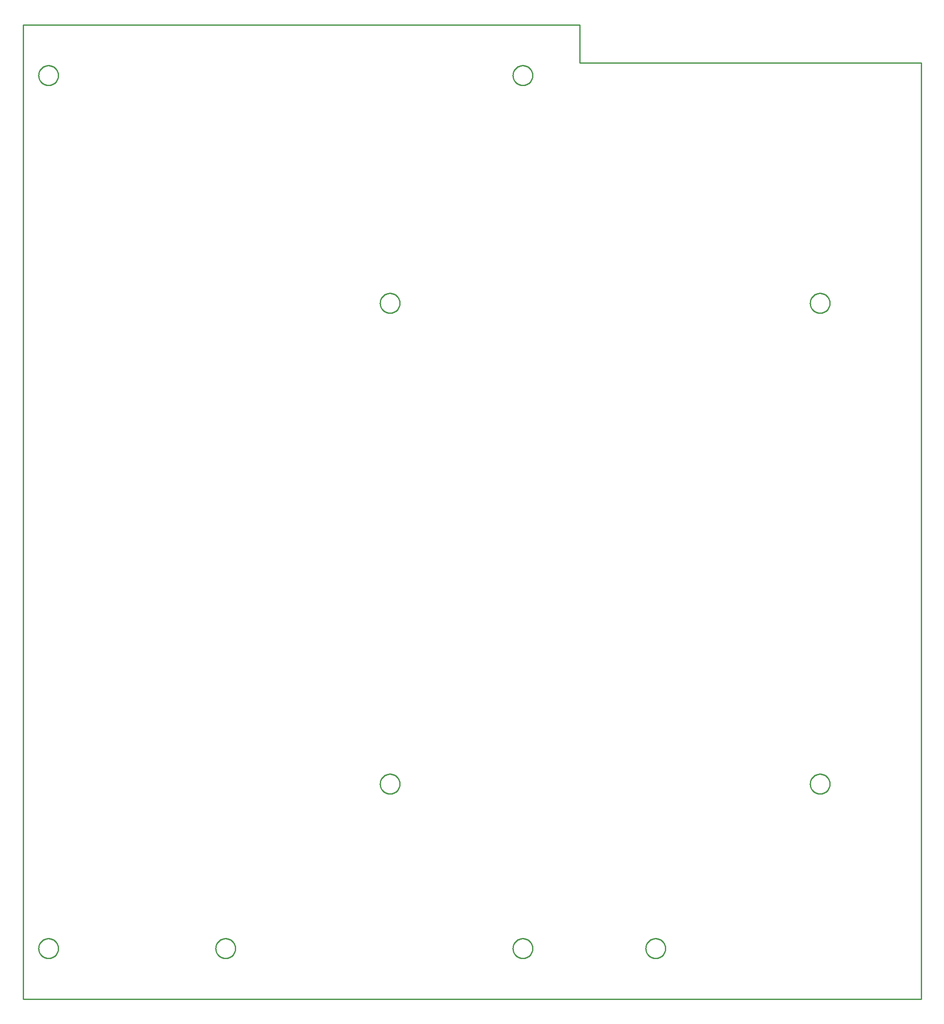
<source format=gko>
G04 EAGLE Gerber RS-274X export*
G75*
%MOMM*%
%FSLAX34Y34*%
%LPD*%
%INBoard Outline*%
%IPPOS*%
%AMOC8*
5,1,8,0,0,1.08239X$1,22.5*%
G01*
%ADD10C,0.000000*%
%ADD11C,0.254000*%


D10*
X0Y0D02*
X1803400Y0D01*
X1803400Y1879600D01*
X1117600Y1879600D01*
X1117600Y1955800D01*
X0Y1955800D01*
X0Y0D01*
X30988Y101600D02*
X30994Y102086D01*
X31012Y102572D01*
X31042Y103057D01*
X31083Y103542D01*
X31137Y104025D01*
X31202Y104507D01*
X31280Y104987D01*
X31369Y105465D01*
X31469Y105941D01*
X31582Y106414D01*
X31706Y106884D01*
X31841Y107351D01*
X31988Y107815D01*
X32146Y108274D01*
X32316Y108730D01*
X32496Y109182D01*
X32688Y109629D01*
X32890Y110071D01*
X33103Y110508D01*
X33327Y110939D01*
X33562Y111365D01*
X33807Y111785D01*
X34062Y112199D01*
X34327Y112607D01*
X34602Y113008D01*
X34887Y113402D01*
X35181Y113789D01*
X35485Y114169D01*
X35798Y114541D01*
X36120Y114905D01*
X36451Y115261D01*
X36791Y115609D01*
X37139Y115949D01*
X37495Y116280D01*
X37859Y116602D01*
X38231Y116915D01*
X38611Y117219D01*
X38998Y117513D01*
X39392Y117798D01*
X39793Y118073D01*
X40201Y118338D01*
X40615Y118593D01*
X41035Y118838D01*
X41461Y119073D01*
X41892Y119297D01*
X42329Y119510D01*
X42771Y119712D01*
X43218Y119904D01*
X43670Y120084D01*
X44126Y120254D01*
X44585Y120412D01*
X45049Y120559D01*
X45516Y120694D01*
X45986Y120818D01*
X46459Y120931D01*
X46935Y121031D01*
X47413Y121120D01*
X47893Y121198D01*
X48375Y121263D01*
X48858Y121317D01*
X49343Y121358D01*
X49828Y121388D01*
X50314Y121406D01*
X50800Y121412D01*
X51286Y121406D01*
X51772Y121388D01*
X52257Y121358D01*
X52742Y121317D01*
X53225Y121263D01*
X53707Y121198D01*
X54187Y121120D01*
X54665Y121031D01*
X55141Y120931D01*
X55614Y120818D01*
X56084Y120694D01*
X56551Y120559D01*
X57015Y120412D01*
X57474Y120254D01*
X57930Y120084D01*
X58382Y119904D01*
X58829Y119712D01*
X59271Y119510D01*
X59708Y119297D01*
X60139Y119073D01*
X60565Y118838D01*
X60985Y118593D01*
X61399Y118338D01*
X61807Y118073D01*
X62208Y117798D01*
X62602Y117513D01*
X62989Y117219D01*
X63369Y116915D01*
X63741Y116602D01*
X64105Y116280D01*
X64461Y115949D01*
X64809Y115609D01*
X65149Y115261D01*
X65480Y114905D01*
X65802Y114541D01*
X66115Y114169D01*
X66419Y113789D01*
X66713Y113402D01*
X66998Y113008D01*
X67273Y112607D01*
X67538Y112199D01*
X67793Y111785D01*
X68038Y111365D01*
X68273Y110939D01*
X68497Y110508D01*
X68710Y110071D01*
X68912Y109629D01*
X69104Y109182D01*
X69284Y108730D01*
X69454Y108274D01*
X69612Y107815D01*
X69759Y107351D01*
X69894Y106884D01*
X70018Y106414D01*
X70131Y105941D01*
X70231Y105465D01*
X70320Y104987D01*
X70398Y104507D01*
X70463Y104025D01*
X70517Y103542D01*
X70558Y103057D01*
X70588Y102572D01*
X70606Y102086D01*
X70612Y101600D01*
X70606Y101114D01*
X70588Y100628D01*
X70558Y100143D01*
X70517Y99658D01*
X70463Y99175D01*
X70398Y98693D01*
X70320Y98213D01*
X70231Y97735D01*
X70131Y97259D01*
X70018Y96786D01*
X69894Y96316D01*
X69759Y95849D01*
X69612Y95385D01*
X69454Y94926D01*
X69284Y94470D01*
X69104Y94018D01*
X68912Y93571D01*
X68710Y93129D01*
X68497Y92692D01*
X68273Y92261D01*
X68038Y91835D01*
X67793Y91415D01*
X67538Y91001D01*
X67273Y90593D01*
X66998Y90192D01*
X66713Y89798D01*
X66419Y89411D01*
X66115Y89031D01*
X65802Y88659D01*
X65480Y88295D01*
X65149Y87939D01*
X64809Y87591D01*
X64461Y87251D01*
X64105Y86920D01*
X63741Y86598D01*
X63369Y86285D01*
X62989Y85981D01*
X62602Y85687D01*
X62208Y85402D01*
X61807Y85127D01*
X61399Y84862D01*
X60985Y84607D01*
X60565Y84362D01*
X60139Y84127D01*
X59708Y83903D01*
X59271Y83690D01*
X58829Y83488D01*
X58382Y83296D01*
X57930Y83116D01*
X57474Y82946D01*
X57015Y82788D01*
X56551Y82641D01*
X56084Y82506D01*
X55614Y82382D01*
X55141Y82269D01*
X54665Y82169D01*
X54187Y82080D01*
X53707Y82002D01*
X53225Y81937D01*
X52742Y81883D01*
X52257Y81842D01*
X51772Y81812D01*
X51286Y81794D01*
X50800Y81788D01*
X50314Y81794D01*
X49828Y81812D01*
X49343Y81842D01*
X48858Y81883D01*
X48375Y81937D01*
X47893Y82002D01*
X47413Y82080D01*
X46935Y82169D01*
X46459Y82269D01*
X45986Y82382D01*
X45516Y82506D01*
X45049Y82641D01*
X44585Y82788D01*
X44126Y82946D01*
X43670Y83116D01*
X43218Y83296D01*
X42771Y83488D01*
X42329Y83690D01*
X41892Y83903D01*
X41461Y84127D01*
X41035Y84362D01*
X40615Y84607D01*
X40201Y84862D01*
X39793Y85127D01*
X39392Y85402D01*
X38998Y85687D01*
X38611Y85981D01*
X38231Y86285D01*
X37859Y86598D01*
X37495Y86920D01*
X37139Y87251D01*
X36791Y87591D01*
X36451Y87939D01*
X36120Y88295D01*
X35798Y88659D01*
X35485Y89031D01*
X35181Y89411D01*
X34887Y89798D01*
X34602Y90192D01*
X34327Y90593D01*
X34062Y91001D01*
X33807Y91415D01*
X33562Y91835D01*
X33327Y92261D01*
X33103Y92692D01*
X32890Y93129D01*
X32688Y93571D01*
X32496Y94018D01*
X32316Y94470D01*
X32146Y94926D01*
X31988Y95385D01*
X31841Y95849D01*
X31706Y96316D01*
X31582Y96786D01*
X31469Y97259D01*
X31369Y97735D01*
X31280Y98213D01*
X31202Y98693D01*
X31137Y99175D01*
X31083Y99658D01*
X31042Y100143D01*
X31012Y100628D01*
X30994Y101114D01*
X30988Y101600D01*
X983488Y101600D02*
X983494Y102086D01*
X983512Y102572D01*
X983542Y103057D01*
X983583Y103542D01*
X983637Y104025D01*
X983702Y104507D01*
X983780Y104987D01*
X983869Y105465D01*
X983969Y105941D01*
X984082Y106414D01*
X984206Y106884D01*
X984341Y107351D01*
X984488Y107815D01*
X984646Y108274D01*
X984816Y108730D01*
X984996Y109182D01*
X985188Y109629D01*
X985390Y110071D01*
X985603Y110508D01*
X985827Y110939D01*
X986062Y111365D01*
X986307Y111785D01*
X986562Y112199D01*
X986827Y112607D01*
X987102Y113008D01*
X987387Y113402D01*
X987681Y113789D01*
X987985Y114169D01*
X988298Y114541D01*
X988620Y114905D01*
X988951Y115261D01*
X989291Y115609D01*
X989639Y115949D01*
X989995Y116280D01*
X990359Y116602D01*
X990731Y116915D01*
X991111Y117219D01*
X991498Y117513D01*
X991892Y117798D01*
X992293Y118073D01*
X992701Y118338D01*
X993115Y118593D01*
X993535Y118838D01*
X993961Y119073D01*
X994392Y119297D01*
X994829Y119510D01*
X995271Y119712D01*
X995718Y119904D01*
X996170Y120084D01*
X996626Y120254D01*
X997085Y120412D01*
X997549Y120559D01*
X998016Y120694D01*
X998486Y120818D01*
X998959Y120931D01*
X999435Y121031D01*
X999913Y121120D01*
X1000393Y121198D01*
X1000875Y121263D01*
X1001358Y121317D01*
X1001843Y121358D01*
X1002328Y121388D01*
X1002814Y121406D01*
X1003300Y121412D01*
X1003786Y121406D01*
X1004272Y121388D01*
X1004757Y121358D01*
X1005242Y121317D01*
X1005725Y121263D01*
X1006207Y121198D01*
X1006687Y121120D01*
X1007165Y121031D01*
X1007641Y120931D01*
X1008114Y120818D01*
X1008584Y120694D01*
X1009051Y120559D01*
X1009515Y120412D01*
X1009974Y120254D01*
X1010430Y120084D01*
X1010882Y119904D01*
X1011329Y119712D01*
X1011771Y119510D01*
X1012208Y119297D01*
X1012639Y119073D01*
X1013065Y118838D01*
X1013485Y118593D01*
X1013899Y118338D01*
X1014307Y118073D01*
X1014708Y117798D01*
X1015102Y117513D01*
X1015489Y117219D01*
X1015869Y116915D01*
X1016241Y116602D01*
X1016605Y116280D01*
X1016961Y115949D01*
X1017309Y115609D01*
X1017649Y115261D01*
X1017980Y114905D01*
X1018302Y114541D01*
X1018615Y114169D01*
X1018919Y113789D01*
X1019213Y113402D01*
X1019498Y113008D01*
X1019773Y112607D01*
X1020038Y112199D01*
X1020293Y111785D01*
X1020538Y111365D01*
X1020773Y110939D01*
X1020997Y110508D01*
X1021210Y110071D01*
X1021412Y109629D01*
X1021604Y109182D01*
X1021784Y108730D01*
X1021954Y108274D01*
X1022112Y107815D01*
X1022259Y107351D01*
X1022394Y106884D01*
X1022518Y106414D01*
X1022631Y105941D01*
X1022731Y105465D01*
X1022820Y104987D01*
X1022898Y104507D01*
X1022963Y104025D01*
X1023017Y103542D01*
X1023058Y103057D01*
X1023088Y102572D01*
X1023106Y102086D01*
X1023112Y101600D01*
X1023106Y101114D01*
X1023088Y100628D01*
X1023058Y100143D01*
X1023017Y99658D01*
X1022963Y99175D01*
X1022898Y98693D01*
X1022820Y98213D01*
X1022731Y97735D01*
X1022631Y97259D01*
X1022518Y96786D01*
X1022394Y96316D01*
X1022259Y95849D01*
X1022112Y95385D01*
X1021954Y94926D01*
X1021784Y94470D01*
X1021604Y94018D01*
X1021412Y93571D01*
X1021210Y93129D01*
X1020997Y92692D01*
X1020773Y92261D01*
X1020538Y91835D01*
X1020293Y91415D01*
X1020038Y91001D01*
X1019773Y90593D01*
X1019498Y90192D01*
X1019213Y89798D01*
X1018919Y89411D01*
X1018615Y89031D01*
X1018302Y88659D01*
X1017980Y88295D01*
X1017649Y87939D01*
X1017309Y87591D01*
X1016961Y87251D01*
X1016605Y86920D01*
X1016241Y86598D01*
X1015869Y86285D01*
X1015489Y85981D01*
X1015102Y85687D01*
X1014708Y85402D01*
X1014307Y85127D01*
X1013899Y84862D01*
X1013485Y84607D01*
X1013065Y84362D01*
X1012639Y84127D01*
X1012208Y83903D01*
X1011771Y83690D01*
X1011329Y83488D01*
X1010882Y83296D01*
X1010430Y83116D01*
X1009974Y82946D01*
X1009515Y82788D01*
X1009051Y82641D01*
X1008584Y82506D01*
X1008114Y82382D01*
X1007641Y82269D01*
X1007165Y82169D01*
X1006687Y82080D01*
X1006207Y82002D01*
X1005725Y81937D01*
X1005242Y81883D01*
X1004757Y81842D01*
X1004272Y81812D01*
X1003786Y81794D01*
X1003300Y81788D01*
X1002814Y81794D01*
X1002328Y81812D01*
X1001843Y81842D01*
X1001358Y81883D01*
X1000875Y81937D01*
X1000393Y82002D01*
X999913Y82080D01*
X999435Y82169D01*
X998959Y82269D01*
X998486Y82382D01*
X998016Y82506D01*
X997549Y82641D01*
X997085Y82788D01*
X996626Y82946D01*
X996170Y83116D01*
X995718Y83296D01*
X995271Y83488D01*
X994829Y83690D01*
X994392Y83903D01*
X993961Y84127D01*
X993535Y84362D01*
X993115Y84607D01*
X992701Y84862D01*
X992293Y85127D01*
X991892Y85402D01*
X991498Y85687D01*
X991111Y85981D01*
X990731Y86285D01*
X990359Y86598D01*
X989995Y86920D01*
X989639Y87251D01*
X989291Y87591D01*
X988951Y87939D01*
X988620Y88295D01*
X988298Y88659D01*
X987985Y89031D01*
X987681Y89411D01*
X987387Y89798D01*
X987102Y90192D01*
X986827Y90593D01*
X986562Y91001D01*
X986307Y91415D01*
X986062Y91835D01*
X985827Y92261D01*
X985603Y92692D01*
X985390Y93129D01*
X985188Y93571D01*
X984996Y94018D01*
X984816Y94470D01*
X984646Y94926D01*
X984488Y95385D01*
X984341Y95849D01*
X984206Y96316D01*
X984082Y96786D01*
X983969Y97259D01*
X983869Y97735D01*
X983780Y98213D01*
X983702Y98693D01*
X983637Y99175D01*
X983583Y99658D01*
X983542Y100143D01*
X983512Y100628D01*
X983494Y101114D01*
X983488Y101600D01*
X30988Y1854200D02*
X30994Y1854686D01*
X31012Y1855172D01*
X31042Y1855657D01*
X31083Y1856142D01*
X31137Y1856625D01*
X31202Y1857107D01*
X31280Y1857587D01*
X31369Y1858065D01*
X31469Y1858541D01*
X31582Y1859014D01*
X31706Y1859484D01*
X31841Y1859951D01*
X31988Y1860415D01*
X32146Y1860874D01*
X32316Y1861330D01*
X32496Y1861782D01*
X32688Y1862229D01*
X32890Y1862671D01*
X33103Y1863108D01*
X33327Y1863539D01*
X33562Y1863965D01*
X33807Y1864385D01*
X34062Y1864799D01*
X34327Y1865207D01*
X34602Y1865608D01*
X34887Y1866002D01*
X35181Y1866389D01*
X35485Y1866769D01*
X35798Y1867141D01*
X36120Y1867505D01*
X36451Y1867861D01*
X36791Y1868209D01*
X37139Y1868549D01*
X37495Y1868880D01*
X37859Y1869202D01*
X38231Y1869515D01*
X38611Y1869819D01*
X38998Y1870113D01*
X39392Y1870398D01*
X39793Y1870673D01*
X40201Y1870938D01*
X40615Y1871193D01*
X41035Y1871438D01*
X41461Y1871673D01*
X41892Y1871897D01*
X42329Y1872110D01*
X42771Y1872312D01*
X43218Y1872504D01*
X43670Y1872684D01*
X44126Y1872854D01*
X44585Y1873012D01*
X45049Y1873159D01*
X45516Y1873294D01*
X45986Y1873418D01*
X46459Y1873531D01*
X46935Y1873631D01*
X47413Y1873720D01*
X47893Y1873798D01*
X48375Y1873863D01*
X48858Y1873917D01*
X49343Y1873958D01*
X49828Y1873988D01*
X50314Y1874006D01*
X50800Y1874012D01*
X51286Y1874006D01*
X51772Y1873988D01*
X52257Y1873958D01*
X52742Y1873917D01*
X53225Y1873863D01*
X53707Y1873798D01*
X54187Y1873720D01*
X54665Y1873631D01*
X55141Y1873531D01*
X55614Y1873418D01*
X56084Y1873294D01*
X56551Y1873159D01*
X57015Y1873012D01*
X57474Y1872854D01*
X57930Y1872684D01*
X58382Y1872504D01*
X58829Y1872312D01*
X59271Y1872110D01*
X59708Y1871897D01*
X60139Y1871673D01*
X60565Y1871438D01*
X60985Y1871193D01*
X61399Y1870938D01*
X61807Y1870673D01*
X62208Y1870398D01*
X62602Y1870113D01*
X62989Y1869819D01*
X63369Y1869515D01*
X63741Y1869202D01*
X64105Y1868880D01*
X64461Y1868549D01*
X64809Y1868209D01*
X65149Y1867861D01*
X65480Y1867505D01*
X65802Y1867141D01*
X66115Y1866769D01*
X66419Y1866389D01*
X66713Y1866002D01*
X66998Y1865608D01*
X67273Y1865207D01*
X67538Y1864799D01*
X67793Y1864385D01*
X68038Y1863965D01*
X68273Y1863539D01*
X68497Y1863108D01*
X68710Y1862671D01*
X68912Y1862229D01*
X69104Y1861782D01*
X69284Y1861330D01*
X69454Y1860874D01*
X69612Y1860415D01*
X69759Y1859951D01*
X69894Y1859484D01*
X70018Y1859014D01*
X70131Y1858541D01*
X70231Y1858065D01*
X70320Y1857587D01*
X70398Y1857107D01*
X70463Y1856625D01*
X70517Y1856142D01*
X70558Y1855657D01*
X70588Y1855172D01*
X70606Y1854686D01*
X70612Y1854200D01*
X70606Y1853714D01*
X70588Y1853228D01*
X70558Y1852743D01*
X70517Y1852258D01*
X70463Y1851775D01*
X70398Y1851293D01*
X70320Y1850813D01*
X70231Y1850335D01*
X70131Y1849859D01*
X70018Y1849386D01*
X69894Y1848916D01*
X69759Y1848449D01*
X69612Y1847985D01*
X69454Y1847526D01*
X69284Y1847070D01*
X69104Y1846618D01*
X68912Y1846171D01*
X68710Y1845729D01*
X68497Y1845292D01*
X68273Y1844861D01*
X68038Y1844435D01*
X67793Y1844015D01*
X67538Y1843601D01*
X67273Y1843193D01*
X66998Y1842792D01*
X66713Y1842398D01*
X66419Y1842011D01*
X66115Y1841631D01*
X65802Y1841259D01*
X65480Y1840895D01*
X65149Y1840539D01*
X64809Y1840191D01*
X64461Y1839851D01*
X64105Y1839520D01*
X63741Y1839198D01*
X63369Y1838885D01*
X62989Y1838581D01*
X62602Y1838287D01*
X62208Y1838002D01*
X61807Y1837727D01*
X61399Y1837462D01*
X60985Y1837207D01*
X60565Y1836962D01*
X60139Y1836727D01*
X59708Y1836503D01*
X59271Y1836290D01*
X58829Y1836088D01*
X58382Y1835896D01*
X57930Y1835716D01*
X57474Y1835546D01*
X57015Y1835388D01*
X56551Y1835241D01*
X56084Y1835106D01*
X55614Y1834982D01*
X55141Y1834869D01*
X54665Y1834769D01*
X54187Y1834680D01*
X53707Y1834602D01*
X53225Y1834537D01*
X52742Y1834483D01*
X52257Y1834442D01*
X51772Y1834412D01*
X51286Y1834394D01*
X50800Y1834388D01*
X50314Y1834394D01*
X49828Y1834412D01*
X49343Y1834442D01*
X48858Y1834483D01*
X48375Y1834537D01*
X47893Y1834602D01*
X47413Y1834680D01*
X46935Y1834769D01*
X46459Y1834869D01*
X45986Y1834982D01*
X45516Y1835106D01*
X45049Y1835241D01*
X44585Y1835388D01*
X44126Y1835546D01*
X43670Y1835716D01*
X43218Y1835896D01*
X42771Y1836088D01*
X42329Y1836290D01*
X41892Y1836503D01*
X41461Y1836727D01*
X41035Y1836962D01*
X40615Y1837207D01*
X40201Y1837462D01*
X39793Y1837727D01*
X39392Y1838002D01*
X38998Y1838287D01*
X38611Y1838581D01*
X38231Y1838885D01*
X37859Y1839198D01*
X37495Y1839520D01*
X37139Y1839851D01*
X36791Y1840191D01*
X36451Y1840539D01*
X36120Y1840895D01*
X35798Y1841259D01*
X35485Y1841631D01*
X35181Y1842011D01*
X34887Y1842398D01*
X34602Y1842792D01*
X34327Y1843193D01*
X34062Y1843601D01*
X33807Y1844015D01*
X33562Y1844435D01*
X33327Y1844861D01*
X33103Y1845292D01*
X32890Y1845729D01*
X32688Y1846171D01*
X32496Y1846618D01*
X32316Y1847070D01*
X32146Y1847526D01*
X31988Y1847985D01*
X31841Y1848449D01*
X31706Y1848916D01*
X31582Y1849386D01*
X31469Y1849859D01*
X31369Y1850335D01*
X31280Y1850813D01*
X31202Y1851293D01*
X31137Y1851775D01*
X31083Y1852258D01*
X31042Y1852743D01*
X31012Y1853228D01*
X30994Y1853714D01*
X30988Y1854200D01*
X983488Y1854200D02*
X983494Y1854686D01*
X983512Y1855172D01*
X983542Y1855657D01*
X983583Y1856142D01*
X983637Y1856625D01*
X983702Y1857107D01*
X983780Y1857587D01*
X983869Y1858065D01*
X983969Y1858541D01*
X984082Y1859014D01*
X984206Y1859484D01*
X984341Y1859951D01*
X984488Y1860415D01*
X984646Y1860874D01*
X984816Y1861330D01*
X984996Y1861782D01*
X985188Y1862229D01*
X985390Y1862671D01*
X985603Y1863108D01*
X985827Y1863539D01*
X986062Y1863965D01*
X986307Y1864385D01*
X986562Y1864799D01*
X986827Y1865207D01*
X987102Y1865608D01*
X987387Y1866002D01*
X987681Y1866389D01*
X987985Y1866769D01*
X988298Y1867141D01*
X988620Y1867505D01*
X988951Y1867861D01*
X989291Y1868209D01*
X989639Y1868549D01*
X989995Y1868880D01*
X990359Y1869202D01*
X990731Y1869515D01*
X991111Y1869819D01*
X991498Y1870113D01*
X991892Y1870398D01*
X992293Y1870673D01*
X992701Y1870938D01*
X993115Y1871193D01*
X993535Y1871438D01*
X993961Y1871673D01*
X994392Y1871897D01*
X994829Y1872110D01*
X995271Y1872312D01*
X995718Y1872504D01*
X996170Y1872684D01*
X996626Y1872854D01*
X997085Y1873012D01*
X997549Y1873159D01*
X998016Y1873294D01*
X998486Y1873418D01*
X998959Y1873531D01*
X999435Y1873631D01*
X999913Y1873720D01*
X1000393Y1873798D01*
X1000875Y1873863D01*
X1001358Y1873917D01*
X1001843Y1873958D01*
X1002328Y1873988D01*
X1002814Y1874006D01*
X1003300Y1874012D01*
X1003786Y1874006D01*
X1004272Y1873988D01*
X1004757Y1873958D01*
X1005242Y1873917D01*
X1005725Y1873863D01*
X1006207Y1873798D01*
X1006687Y1873720D01*
X1007165Y1873631D01*
X1007641Y1873531D01*
X1008114Y1873418D01*
X1008584Y1873294D01*
X1009051Y1873159D01*
X1009515Y1873012D01*
X1009974Y1872854D01*
X1010430Y1872684D01*
X1010882Y1872504D01*
X1011329Y1872312D01*
X1011771Y1872110D01*
X1012208Y1871897D01*
X1012639Y1871673D01*
X1013065Y1871438D01*
X1013485Y1871193D01*
X1013899Y1870938D01*
X1014307Y1870673D01*
X1014708Y1870398D01*
X1015102Y1870113D01*
X1015489Y1869819D01*
X1015869Y1869515D01*
X1016241Y1869202D01*
X1016605Y1868880D01*
X1016961Y1868549D01*
X1017309Y1868209D01*
X1017649Y1867861D01*
X1017980Y1867505D01*
X1018302Y1867141D01*
X1018615Y1866769D01*
X1018919Y1866389D01*
X1019213Y1866002D01*
X1019498Y1865608D01*
X1019773Y1865207D01*
X1020038Y1864799D01*
X1020293Y1864385D01*
X1020538Y1863965D01*
X1020773Y1863539D01*
X1020997Y1863108D01*
X1021210Y1862671D01*
X1021412Y1862229D01*
X1021604Y1861782D01*
X1021784Y1861330D01*
X1021954Y1860874D01*
X1022112Y1860415D01*
X1022259Y1859951D01*
X1022394Y1859484D01*
X1022518Y1859014D01*
X1022631Y1858541D01*
X1022731Y1858065D01*
X1022820Y1857587D01*
X1022898Y1857107D01*
X1022963Y1856625D01*
X1023017Y1856142D01*
X1023058Y1855657D01*
X1023088Y1855172D01*
X1023106Y1854686D01*
X1023112Y1854200D01*
X1023106Y1853714D01*
X1023088Y1853228D01*
X1023058Y1852743D01*
X1023017Y1852258D01*
X1022963Y1851775D01*
X1022898Y1851293D01*
X1022820Y1850813D01*
X1022731Y1850335D01*
X1022631Y1849859D01*
X1022518Y1849386D01*
X1022394Y1848916D01*
X1022259Y1848449D01*
X1022112Y1847985D01*
X1021954Y1847526D01*
X1021784Y1847070D01*
X1021604Y1846618D01*
X1021412Y1846171D01*
X1021210Y1845729D01*
X1020997Y1845292D01*
X1020773Y1844861D01*
X1020538Y1844435D01*
X1020293Y1844015D01*
X1020038Y1843601D01*
X1019773Y1843193D01*
X1019498Y1842792D01*
X1019213Y1842398D01*
X1018919Y1842011D01*
X1018615Y1841631D01*
X1018302Y1841259D01*
X1017980Y1840895D01*
X1017649Y1840539D01*
X1017309Y1840191D01*
X1016961Y1839851D01*
X1016605Y1839520D01*
X1016241Y1839198D01*
X1015869Y1838885D01*
X1015489Y1838581D01*
X1015102Y1838287D01*
X1014708Y1838002D01*
X1014307Y1837727D01*
X1013899Y1837462D01*
X1013485Y1837207D01*
X1013065Y1836962D01*
X1012639Y1836727D01*
X1012208Y1836503D01*
X1011771Y1836290D01*
X1011329Y1836088D01*
X1010882Y1835896D01*
X1010430Y1835716D01*
X1009974Y1835546D01*
X1009515Y1835388D01*
X1009051Y1835241D01*
X1008584Y1835106D01*
X1008114Y1834982D01*
X1007641Y1834869D01*
X1007165Y1834769D01*
X1006687Y1834680D01*
X1006207Y1834602D01*
X1005725Y1834537D01*
X1005242Y1834483D01*
X1004757Y1834442D01*
X1004272Y1834412D01*
X1003786Y1834394D01*
X1003300Y1834388D01*
X1002814Y1834394D01*
X1002328Y1834412D01*
X1001843Y1834442D01*
X1001358Y1834483D01*
X1000875Y1834537D01*
X1000393Y1834602D01*
X999913Y1834680D01*
X999435Y1834769D01*
X998959Y1834869D01*
X998486Y1834982D01*
X998016Y1835106D01*
X997549Y1835241D01*
X997085Y1835388D01*
X996626Y1835546D01*
X996170Y1835716D01*
X995718Y1835896D01*
X995271Y1836088D01*
X994829Y1836290D01*
X994392Y1836503D01*
X993961Y1836727D01*
X993535Y1836962D01*
X993115Y1837207D01*
X992701Y1837462D01*
X992293Y1837727D01*
X991892Y1838002D01*
X991498Y1838287D01*
X991111Y1838581D01*
X990731Y1838885D01*
X990359Y1839198D01*
X989995Y1839520D01*
X989639Y1839851D01*
X989291Y1840191D01*
X988951Y1840539D01*
X988620Y1840895D01*
X988298Y1841259D01*
X987985Y1841631D01*
X987681Y1842011D01*
X987387Y1842398D01*
X987102Y1842792D01*
X986827Y1843193D01*
X986562Y1843601D01*
X986307Y1844015D01*
X986062Y1844435D01*
X985827Y1844861D01*
X985603Y1845292D01*
X985390Y1845729D01*
X985188Y1846171D01*
X984996Y1846618D01*
X984816Y1847070D01*
X984646Y1847526D01*
X984488Y1847985D01*
X984341Y1848449D01*
X984206Y1848916D01*
X984082Y1849386D01*
X983969Y1849859D01*
X983869Y1850335D01*
X983780Y1850813D01*
X983702Y1851293D01*
X983637Y1851775D01*
X983583Y1852258D01*
X983542Y1852743D01*
X983512Y1853228D01*
X983494Y1853714D01*
X983488Y1854200D01*
X716788Y431800D02*
X716794Y432286D01*
X716812Y432772D01*
X716842Y433257D01*
X716883Y433742D01*
X716937Y434225D01*
X717002Y434707D01*
X717080Y435187D01*
X717169Y435665D01*
X717269Y436141D01*
X717382Y436614D01*
X717506Y437084D01*
X717641Y437551D01*
X717788Y438015D01*
X717946Y438474D01*
X718116Y438930D01*
X718296Y439382D01*
X718488Y439829D01*
X718690Y440271D01*
X718903Y440708D01*
X719127Y441139D01*
X719362Y441565D01*
X719607Y441985D01*
X719862Y442399D01*
X720127Y442807D01*
X720402Y443208D01*
X720687Y443602D01*
X720981Y443989D01*
X721285Y444369D01*
X721598Y444741D01*
X721920Y445105D01*
X722251Y445461D01*
X722591Y445809D01*
X722939Y446149D01*
X723295Y446480D01*
X723659Y446802D01*
X724031Y447115D01*
X724411Y447419D01*
X724798Y447713D01*
X725192Y447998D01*
X725593Y448273D01*
X726001Y448538D01*
X726415Y448793D01*
X726835Y449038D01*
X727261Y449273D01*
X727692Y449497D01*
X728129Y449710D01*
X728571Y449912D01*
X729018Y450104D01*
X729470Y450284D01*
X729926Y450454D01*
X730385Y450612D01*
X730849Y450759D01*
X731316Y450894D01*
X731786Y451018D01*
X732259Y451131D01*
X732735Y451231D01*
X733213Y451320D01*
X733693Y451398D01*
X734175Y451463D01*
X734658Y451517D01*
X735143Y451558D01*
X735628Y451588D01*
X736114Y451606D01*
X736600Y451612D01*
X737086Y451606D01*
X737572Y451588D01*
X738057Y451558D01*
X738542Y451517D01*
X739025Y451463D01*
X739507Y451398D01*
X739987Y451320D01*
X740465Y451231D01*
X740941Y451131D01*
X741414Y451018D01*
X741884Y450894D01*
X742351Y450759D01*
X742815Y450612D01*
X743274Y450454D01*
X743730Y450284D01*
X744182Y450104D01*
X744629Y449912D01*
X745071Y449710D01*
X745508Y449497D01*
X745939Y449273D01*
X746365Y449038D01*
X746785Y448793D01*
X747199Y448538D01*
X747607Y448273D01*
X748008Y447998D01*
X748402Y447713D01*
X748789Y447419D01*
X749169Y447115D01*
X749541Y446802D01*
X749905Y446480D01*
X750261Y446149D01*
X750609Y445809D01*
X750949Y445461D01*
X751280Y445105D01*
X751602Y444741D01*
X751915Y444369D01*
X752219Y443989D01*
X752513Y443602D01*
X752798Y443208D01*
X753073Y442807D01*
X753338Y442399D01*
X753593Y441985D01*
X753838Y441565D01*
X754073Y441139D01*
X754297Y440708D01*
X754510Y440271D01*
X754712Y439829D01*
X754904Y439382D01*
X755084Y438930D01*
X755254Y438474D01*
X755412Y438015D01*
X755559Y437551D01*
X755694Y437084D01*
X755818Y436614D01*
X755931Y436141D01*
X756031Y435665D01*
X756120Y435187D01*
X756198Y434707D01*
X756263Y434225D01*
X756317Y433742D01*
X756358Y433257D01*
X756388Y432772D01*
X756406Y432286D01*
X756412Y431800D01*
X756406Y431314D01*
X756388Y430828D01*
X756358Y430343D01*
X756317Y429858D01*
X756263Y429375D01*
X756198Y428893D01*
X756120Y428413D01*
X756031Y427935D01*
X755931Y427459D01*
X755818Y426986D01*
X755694Y426516D01*
X755559Y426049D01*
X755412Y425585D01*
X755254Y425126D01*
X755084Y424670D01*
X754904Y424218D01*
X754712Y423771D01*
X754510Y423329D01*
X754297Y422892D01*
X754073Y422461D01*
X753838Y422035D01*
X753593Y421615D01*
X753338Y421201D01*
X753073Y420793D01*
X752798Y420392D01*
X752513Y419998D01*
X752219Y419611D01*
X751915Y419231D01*
X751602Y418859D01*
X751280Y418495D01*
X750949Y418139D01*
X750609Y417791D01*
X750261Y417451D01*
X749905Y417120D01*
X749541Y416798D01*
X749169Y416485D01*
X748789Y416181D01*
X748402Y415887D01*
X748008Y415602D01*
X747607Y415327D01*
X747199Y415062D01*
X746785Y414807D01*
X746365Y414562D01*
X745939Y414327D01*
X745508Y414103D01*
X745071Y413890D01*
X744629Y413688D01*
X744182Y413496D01*
X743730Y413316D01*
X743274Y413146D01*
X742815Y412988D01*
X742351Y412841D01*
X741884Y412706D01*
X741414Y412582D01*
X740941Y412469D01*
X740465Y412369D01*
X739987Y412280D01*
X739507Y412202D01*
X739025Y412137D01*
X738542Y412083D01*
X738057Y412042D01*
X737572Y412012D01*
X737086Y411994D01*
X736600Y411988D01*
X736114Y411994D01*
X735628Y412012D01*
X735143Y412042D01*
X734658Y412083D01*
X734175Y412137D01*
X733693Y412202D01*
X733213Y412280D01*
X732735Y412369D01*
X732259Y412469D01*
X731786Y412582D01*
X731316Y412706D01*
X730849Y412841D01*
X730385Y412988D01*
X729926Y413146D01*
X729470Y413316D01*
X729018Y413496D01*
X728571Y413688D01*
X728129Y413890D01*
X727692Y414103D01*
X727261Y414327D01*
X726835Y414562D01*
X726415Y414807D01*
X726001Y415062D01*
X725593Y415327D01*
X725192Y415602D01*
X724798Y415887D01*
X724411Y416181D01*
X724031Y416485D01*
X723659Y416798D01*
X723295Y417120D01*
X722939Y417451D01*
X722591Y417791D01*
X722251Y418139D01*
X721920Y418495D01*
X721598Y418859D01*
X721285Y419231D01*
X720981Y419611D01*
X720687Y419998D01*
X720402Y420392D01*
X720127Y420793D01*
X719862Y421201D01*
X719607Y421615D01*
X719362Y422035D01*
X719127Y422461D01*
X718903Y422892D01*
X718690Y423329D01*
X718488Y423771D01*
X718296Y424218D01*
X718116Y424670D01*
X717946Y425126D01*
X717788Y425585D01*
X717641Y426049D01*
X717506Y426516D01*
X717382Y426986D01*
X717269Y427459D01*
X717169Y427935D01*
X717080Y428413D01*
X717002Y428893D01*
X716937Y429375D01*
X716883Y429858D01*
X716842Y430343D01*
X716812Y430828D01*
X716794Y431314D01*
X716788Y431800D01*
X716788Y1397000D02*
X716794Y1397486D01*
X716812Y1397972D01*
X716842Y1398457D01*
X716883Y1398942D01*
X716937Y1399425D01*
X717002Y1399907D01*
X717080Y1400387D01*
X717169Y1400865D01*
X717269Y1401341D01*
X717382Y1401814D01*
X717506Y1402284D01*
X717641Y1402751D01*
X717788Y1403215D01*
X717946Y1403674D01*
X718116Y1404130D01*
X718296Y1404582D01*
X718488Y1405029D01*
X718690Y1405471D01*
X718903Y1405908D01*
X719127Y1406339D01*
X719362Y1406765D01*
X719607Y1407185D01*
X719862Y1407599D01*
X720127Y1408007D01*
X720402Y1408408D01*
X720687Y1408802D01*
X720981Y1409189D01*
X721285Y1409569D01*
X721598Y1409941D01*
X721920Y1410305D01*
X722251Y1410661D01*
X722591Y1411009D01*
X722939Y1411349D01*
X723295Y1411680D01*
X723659Y1412002D01*
X724031Y1412315D01*
X724411Y1412619D01*
X724798Y1412913D01*
X725192Y1413198D01*
X725593Y1413473D01*
X726001Y1413738D01*
X726415Y1413993D01*
X726835Y1414238D01*
X727261Y1414473D01*
X727692Y1414697D01*
X728129Y1414910D01*
X728571Y1415112D01*
X729018Y1415304D01*
X729470Y1415484D01*
X729926Y1415654D01*
X730385Y1415812D01*
X730849Y1415959D01*
X731316Y1416094D01*
X731786Y1416218D01*
X732259Y1416331D01*
X732735Y1416431D01*
X733213Y1416520D01*
X733693Y1416598D01*
X734175Y1416663D01*
X734658Y1416717D01*
X735143Y1416758D01*
X735628Y1416788D01*
X736114Y1416806D01*
X736600Y1416812D01*
X737086Y1416806D01*
X737572Y1416788D01*
X738057Y1416758D01*
X738542Y1416717D01*
X739025Y1416663D01*
X739507Y1416598D01*
X739987Y1416520D01*
X740465Y1416431D01*
X740941Y1416331D01*
X741414Y1416218D01*
X741884Y1416094D01*
X742351Y1415959D01*
X742815Y1415812D01*
X743274Y1415654D01*
X743730Y1415484D01*
X744182Y1415304D01*
X744629Y1415112D01*
X745071Y1414910D01*
X745508Y1414697D01*
X745939Y1414473D01*
X746365Y1414238D01*
X746785Y1413993D01*
X747199Y1413738D01*
X747607Y1413473D01*
X748008Y1413198D01*
X748402Y1412913D01*
X748789Y1412619D01*
X749169Y1412315D01*
X749541Y1412002D01*
X749905Y1411680D01*
X750261Y1411349D01*
X750609Y1411009D01*
X750949Y1410661D01*
X751280Y1410305D01*
X751602Y1409941D01*
X751915Y1409569D01*
X752219Y1409189D01*
X752513Y1408802D01*
X752798Y1408408D01*
X753073Y1408007D01*
X753338Y1407599D01*
X753593Y1407185D01*
X753838Y1406765D01*
X754073Y1406339D01*
X754297Y1405908D01*
X754510Y1405471D01*
X754712Y1405029D01*
X754904Y1404582D01*
X755084Y1404130D01*
X755254Y1403674D01*
X755412Y1403215D01*
X755559Y1402751D01*
X755694Y1402284D01*
X755818Y1401814D01*
X755931Y1401341D01*
X756031Y1400865D01*
X756120Y1400387D01*
X756198Y1399907D01*
X756263Y1399425D01*
X756317Y1398942D01*
X756358Y1398457D01*
X756388Y1397972D01*
X756406Y1397486D01*
X756412Y1397000D01*
X756406Y1396514D01*
X756388Y1396028D01*
X756358Y1395543D01*
X756317Y1395058D01*
X756263Y1394575D01*
X756198Y1394093D01*
X756120Y1393613D01*
X756031Y1393135D01*
X755931Y1392659D01*
X755818Y1392186D01*
X755694Y1391716D01*
X755559Y1391249D01*
X755412Y1390785D01*
X755254Y1390326D01*
X755084Y1389870D01*
X754904Y1389418D01*
X754712Y1388971D01*
X754510Y1388529D01*
X754297Y1388092D01*
X754073Y1387661D01*
X753838Y1387235D01*
X753593Y1386815D01*
X753338Y1386401D01*
X753073Y1385993D01*
X752798Y1385592D01*
X752513Y1385198D01*
X752219Y1384811D01*
X751915Y1384431D01*
X751602Y1384059D01*
X751280Y1383695D01*
X750949Y1383339D01*
X750609Y1382991D01*
X750261Y1382651D01*
X749905Y1382320D01*
X749541Y1381998D01*
X749169Y1381685D01*
X748789Y1381381D01*
X748402Y1381087D01*
X748008Y1380802D01*
X747607Y1380527D01*
X747199Y1380262D01*
X746785Y1380007D01*
X746365Y1379762D01*
X745939Y1379527D01*
X745508Y1379303D01*
X745071Y1379090D01*
X744629Y1378888D01*
X744182Y1378696D01*
X743730Y1378516D01*
X743274Y1378346D01*
X742815Y1378188D01*
X742351Y1378041D01*
X741884Y1377906D01*
X741414Y1377782D01*
X740941Y1377669D01*
X740465Y1377569D01*
X739987Y1377480D01*
X739507Y1377402D01*
X739025Y1377337D01*
X738542Y1377283D01*
X738057Y1377242D01*
X737572Y1377212D01*
X737086Y1377194D01*
X736600Y1377188D01*
X736114Y1377194D01*
X735628Y1377212D01*
X735143Y1377242D01*
X734658Y1377283D01*
X734175Y1377337D01*
X733693Y1377402D01*
X733213Y1377480D01*
X732735Y1377569D01*
X732259Y1377669D01*
X731786Y1377782D01*
X731316Y1377906D01*
X730849Y1378041D01*
X730385Y1378188D01*
X729926Y1378346D01*
X729470Y1378516D01*
X729018Y1378696D01*
X728571Y1378888D01*
X728129Y1379090D01*
X727692Y1379303D01*
X727261Y1379527D01*
X726835Y1379762D01*
X726415Y1380007D01*
X726001Y1380262D01*
X725593Y1380527D01*
X725192Y1380802D01*
X724798Y1381087D01*
X724411Y1381381D01*
X724031Y1381685D01*
X723659Y1381998D01*
X723295Y1382320D01*
X722939Y1382651D01*
X722591Y1382991D01*
X722251Y1383339D01*
X721920Y1383695D01*
X721598Y1384059D01*
X721285Y1384431D01*
X720981Y1384811D01*
X720687Y1385198D01*
X720402Y1385592D01*
X720127Y1385993D01*
X719862Y1386401D01*
X719607Y1386815D01*
X719362Y1387235D01*
X719127Y1387661D01*
X718903Y1388092D01*
X718690Y1388529D01*
X718488Y1388971D01*
X718296Y1389418D01*
X718116Y1389870D01*
X717946Y1390326D01*
X717788Y1390785D01*
X717641Y1391249D01*
X717506Y1391716D01*
X717382Y1392186D01*
X717269Y1392659D01*
X717169Y1393135D01*
X717080Y1393613D01*
X717002Y1394093D01*
X716937Y1394575D01*
X716883Y1395058D01*
X716842Y1395543D01*
X716812Y1396028D01*
X716794Y1396514D01*
X716788Y1397000D01*
X386588Y101600D02*
X386594Y102086D01*
X386612Y102572D01*
X386642Y103057D01*
X386683Y103542D01*
X386737Y104025D01*
X386802Y104507D01*
X386880Y104987D01*
X386969Y105465D01*
X387069Y105941D01*
X387182Y106414D01*
X387306Y106884D01*
X387441Y107351D01*
X387588Y107815D01*
X387746Y108274D01*
X387916Y108730D01*
X388096Y109182D01*
X388288Y109629D01*
X388490Y110071D01*
X388703Y110508D01*
X388927Y110939D01*
X389162Y111365D01*
X389407Y111785D01*
X389662Y112199D01*
X389927Y112607D01*
X390202Y113008D01*
X390487Y113402D01*
X390781Y113789D01*
X391085Y114169D01*
X391398Y114541D01*
X391720Y114905D01*
X392051Y115261D01*
X392391Y115609D01*
X392739Y115949D01*
X393095Y116280D01*
X393459Y116602D01*
X393831Y116915D01*
X394211Y117219D01*
X394598Y117513D01*
X394992Y117798D01*
X395393Y118073D01*
X395801Y118338D01*
X396215Y118593D01*
X396635Y118838D01*
X397061Y119073D01*
X397492Y119297D01*
X397929Y119510D01*
X398371Y119712D01*
X398818Y119904D01*
X399270Y120084D01*
X399726Y120254D01*
X400185Y120412D01*
X400649Y120559D01*
X401116Y120694D01*
X401586Y120818D01*
X402059Y120931D01*
X402535Y121031D01*
X403013Y121120D01*
X403493Y121198D01*
X403975Y121263D01*
X404458Y121317D01*
X404943Y121358D01*
X405428Y121388D01*
X405914Y121406D01*
X406400Y121412D01*
X406886Y121406D01*
X407372Y121388D01*
X407857Y121358D01*
X408342Y121317D01*
X408825Y121263D01*
X409307Y121198D01*
X409787Y121120D01*
X410265Y121031D01*
X410741Y120931D01*
X411214Y120818D01*
X411684Y120694D01*
X412151Y120559D01*
X412615Y120412D01*
X413074Y120254D01*
X413530Y120084D01*
X413982Y119904D01*
X414429Y119712D01*
X414871Y119510D01*
X415308Y119297D01*
X415739Y119073D01*
X416165Y118838D01*
X416585Y118593D01*
X416999Y118338D01*
X417407Y118073D01*
X417808Y117798D01*
X418202Y117513D01*
X418589Y117219D01*
X418969Y116915D01*
X419341Y116602D01*
X419705Y116280D01*
X420061Y115949D01*
X420409Y115609D01*
X420749Y115261D01*
X421080Y114905D01*
X421402Y114541D01*
X421715Y114169D01*
X422019Y113789D01*
X422313Y113402D01*
X422598Y113008D01*
X422873Y112607D01*
X423138Y112199D01*
X423393Y111785D01*
X423638Y111365D01*
X423873Y110939D01*
X424097Y110508D01*
X424310Y110071D01*
X424512Y109629D01*
X424704Y109182D01*
X424884Y108730D01*
X425054Y108274D01*
X425212Y107815D01*
X425359Y107351D01*
X425494Y106884D01*
X425618Y106414D01*
X425731Y105941D01*
X425831Y105465D01*
X425920Y104987D01*
X425998Y104507D01*
X426063Y104025D01*
X426117Y103542D01*
X426158Y103057D01*
X426188Y102572D01*
X426206Y102086D01*
X426212Y101600D01*
X426206Y101114D01*
X426188Y100628D01*
X426158Y100143D01*
X426117Y99658D01*
X426063Y99175D01*
X425998Y98693D01*
X425920Y98213D01*
X425831Y97735D01*
X425731Y97259D01*
X425618Y96786D01*
X425494Y96316D01*
X425359Y95849D01*
X425212Y95385D01*
X425054Y94926D01*
X424884Y94470D01*
X424704Y94018D01*
X424512Y93571D01*
X424310Y93129D01*
X424097Y92692D01*
X423873Y92261D01*
X423638Y91835D01*
X423393Y91415D01*
X423138Y91001D01*
X422873Y90593D01*
X422598Y90192D01*
X422313Y89798D01*
X422019Y89411D01*
X421715Y89031D01*
X421402Y88659D01*
X421080Y88295D01*
X420749Y87939D01*
X420409Y87591D01*
X420061Y87251D01*
X419705Y86920D01*
X419341Y86598D01*
X418969Y86285D01*
X418589Y85981D01*
X418202Y85687D01*
X417808Y85402D01*
X417407Y85127D01*
X416999Y84862D01*
X416585Y84607D01*
X416165Y84362D01*
X415739Y84127D01*
X415308Y83903D01*
X414871Y83690D01*
X414429Y83488D01*
X413982Y83296D01*
X413530Y83116D01*
X413074Y82946D01*
X412615Y82788D01*
X412151Y82641D01*
X411684Y82506D01*
X411214Y82382D01*
X410741Y82269D01*
X410265Y82169D01*
X409787Y82080D01*
X409307Y82002D01*
X408825Y81937D01*
X408342Y81883D01*
X407857Y81842D01*
X407372Y81812D01*
X406886Y81794D01*
X406400Y81788D01*
X405914Y81794D01*
X405428Y81812D01*
X404943Y81842D01*
X404458Y81883D01*
X403975Y81937D01*
X403493Y82002D01*
X403013Y82080D01*
X402535Y82169D01*
X402059Y82269D01*
X401586Y82382D01*
X401116Y82506D01*
X400649Y82641D01*
X400185Y82788D01*
X399726Y82946D01*
X399270Y83116D01*
X398818Y83296D01*
X398371Y83488D01*
X397929Y83690D01*
X397492Y83903D01*
X397061Y84127D01*
X396635Y84362D01*
X396215Y84607D01*
X395801Y84862D01*
X395393Y85127D01*
X394992Y85402D01*
X394598Y85687D01*
X394211Y85981D01*
X393831Y86285D01*
X393459Y86598D01*
X393095Y86920D01*
X392739Y87251D01*
X392391Y87591D01*
X392051Y87939D01*
X391720Y88295D01*
X391398Y88659D01*
X391085Y89031D01*
X390781Y89411D01*
X390487Y89798D01*
X390202Y90192D01*
X389927Y90593D01*
X389662Y91001D01*
X389407Y91415D01*
X389162Y91835D01*
X388927Y92261D01*
X388703Y92692D01*
X388490Y93129D01*
X388288Y93571D01*
X388096Y94018D01*
X387916Y94470D01*
X387746Y94926D01*
X387588Y95385D01*
X387441Y95849D01*
X387306Y96316D01*
X387182Y96786D01*
X387069Y97259D01*
X386969Y97735D01*
X386880Y98213D01*
X386802Y98693D01*
X386737Y99175D01*
X386683Y99658D01*
X386642Y100143D01*
X386612Y100628D01*
X386594Y101114D01*
X386588Y101600D01*
X1580388Y431800D02*
X1580394Y432286D01*
X1580412Y432772D01*
X1580442Y433257D01*
X1580483Y433742D01*
X1580537Y434225D01*
X1580602Y434707D01*
X1580680Y435187D01*
X1580769Y435665D01*
X1580869Y436141D01*
X1580982Y436614D01*
X1581106Y437084D01*
X1581241Y437551D01*
X1581388Y438015D01*
X1581546Y438474D01*
X1581716Y438930D01*
X1581896Y439382D01*
X1582088Y439829D01*
X1582290Y440271D01*
X1582503Y440708D01*
X1582727Y441139D01*
X1582962Y441565D01*
X1583207Y441985D01*
X1583462Y442399D01*
X1583727Y442807D01*
X1584002Y443208D01*
X1584287Y443602D01*
X1584581Y443989D01*
X1584885Y444369D01*
X1585198Y444741D01*
X1585520Y445105D01*
X1585851Y445461D01*
X1586191Y445809D01*
X1586539Y446149D01*
X1586895Y446480D01*
X1587259Y446802D01*
X1587631Y447115D01*
X1588011Y447419D01*
X1588398Y447713D01*
X1588792Y447998D01*
X1589193Y448273D01*
X1589601Y448538D01*
X1590015Y448793D01*
X1590435Y449038D01*
X1590861Y449273D01*
X1591292Y449497D01*
X1591729Y449710D01*
X1592171Y449912D01*
X1592618Y450104D01*
X1593070Y450284D01*
X1593526Y450454D01*
X1593985Y450612D01*
X1594449Y450759D01*
X1594916Y450894D01*
X1595386Y451018D01*
X1595859Y451131D01*
X1596335Y451231D01*
X1596813Y451320D01*
X1597293Y451398D01*
X1597775Y451463D01*
X1598258Y451517D01*
X1598743Y451558D01*
X1599228Y451588D01*
X1599714Y451606D01*
X1600200Y451612D01*
X1600686Y451606D01*
X1601172Y451588D01*
X1601657Y451558D01*
X1602142Y451517D01*
X1602625Y451463D01*
X1603107Y451398D01*
X1603587Y451320D01*
X1604065Y451231D01*
X1604541Y451131D01*
X1605014Y451018D01*
X1605484Y450894D01*
X1605951Y450759D01*
X1606415Y450612D01*
X1606874Y450454D01*
X1607330Y450284D01*
X1607782Y450104D01*
X1608229Y449912D01*
X1608671Y449710D01*
X1609108Y449497D01*
X1609539Y449273D01*
X1609965Y449038D01*
X1610385Y448793D01*
X1610799Y448538D01*
X1611207Y448273D01*
X1611608Y447998D01*
X1612002Y447713D01*
X1612389Y447419D01*
X1612769Y447115D01*
X1613141Y446802D01*
X1613505Y446480D01*
X1613861Y446149D01*
X1614209Y445809D01*
X1614549Y445461D01*
X1614880Y445105D01*
X1615202Y444741D01*
X1615515Y444369D01*
X1615819Y443989D01*
X1616113Y443602D01*
X1616398Y443208D01*
X1616673Y442807D01*
X1616938Y442399D01*
X1617193Y441985D01*
X1617438Y441565D01*
X1617673Y441139D01*
X1617897Y440708D01*
X1618110Y440271D01*
X1618312Y439829D01*
X1618504Y439382D01*
X1618684Y438930D01*
X1618854Y438474D01*
X1619012Y438015D01*
X1619159Y437551D01*
X1619294Y437084D01*
X1619418Y436614D01*
X1619531Y436141D01*
X1619631Y435665D01*
X1619720Y435187D01*
X1619798Y434707D01*
X1619863Y434225D01*
X1619917Y433742D01*
X1619958Y433257D01*
X1619988Y432772D01*
X1620006Y432286D01*
X1620012Y431800D01*
X1620006Y431314D01*
X1619988Y430828D01*
X1619958Y430343D01*
X1619917Y429858D01*
X1619863Y429375D01*
X1619798Y428893D01*
X1619720Y428413D01*
X1619631Y427935D01*
X1619531Y427459D01*
X1619418Y426986D01*
X1619294Y426516D01*
X1619159Y426049D01*
X1619012Y425585D01*
X1618854Y425126D01*
X1618684Y424670D01*
X1618504Y424218D01*
X1618312Y423771D01*
X1618110Y423329D01*
X1617897Y422892D01*
X1617673Y422461D01*
X1617438Y422035D01*
X1617193Y421615D01*
X1616938Y421201D01*
X1616673Y420793D01*
X1616398Y420392D01*
X1616113Y419998D01*
X1615819Y419611D01*
X1615515Y419231D01*
X1615202Y418859D01*
X1614880Y418495D01*
X1614549Y418139D01*
X1614209Y417791D01*
X1613861Y417451D01*
X1613505Y417120D01*
X1613141Y416798D01*
X1612769Y416485D01*
X1612389Y416181D01*
X1612002Y415887D01*
X1611608Y415602D01*
X1611207Y415327D01*
X1610799Y415062D01*
X1610385Y414807D01*
X1609965Y414562D01*
X1609539Y414327D01*
X1609108Y414103D01*
X1608671Y413890D01*
X1608229Y413688D01*
X1607782Y413496D01*
X1607330Y413316D01*
X1606874Y413146D01*
X1606415Y412988D01*
X1605951Y412841D01*
X1605484Y412706D01*
X1605014Y412582D01*
X1604541Y412469D01*
X1604065Y412369D01*
X1603587Y412280D01*
X1603107Y412202D01*
X1602625Y412137D01*
X1602142Y412083D01*
X1601657Y412042D01*
X1601172Y412012D01*
X1600686Y411994D01*
X1600200Y411988D01*
X1599714Y411994D01*
X1599228Y412012D01*
X1598743Y412042D01*
X1598258Y412083D01*
X1597775Y412137D01*
X1597293Y412202D01*
X1596813Y412280D01*
X1596335Y412369D01*
X1595859Y412469D01*
X1595386Y412582D01*
X1594916Y412706D01*
X1594449Y412841D01*
X1593985Y412988D01*
X1593526Y413146D01*
X1593070Y413316D01*
X1592618Y413496D01*
X1592171Y413688D01*
X1591729Y413890D01*
X1591292Y414103D01*
X1590861Y414327D01*
X1590435Y414562D01*
X1590015Y414807D01*
X1589601Y415062D01*
X1589193Y415327D01*
X1588792Y415602D01*
X1588398Y415887D01*
X1588011Y416181D01*
X1587631Y416485D01*
X1587259Y416798D01*
X1586895Y417120D01*
X1586539Y417451D01*
X1586191Y417791D01*
X1585851Y418139D01*
X1585520Y418495D01*
X1585198Y418859D01*
X1584885Y419231D01*
X1584581Y419611D01*
X1584287Y419998D01*
X1584002Y420392D01*
X1583727Y420793D01*
X1583462Y421201D01*
X1583207Y421615D01*
X1582962Y422035D01*
X1582727Y422461D01*
X1582503Y422892D01*
X1582290Y423329D01*
X1582088Y423771D01*
X1581896Y424218D01*
X1581716Y424670D01*
X1581546Y425126D01*
X1581388Y425585D01*
X1581241Y426049D01*
X1581106Y426516D01*
X1580982Y426986D01*
X1580869Y427459D01*
X1580769Y427935D01*
X1580680Y428413D01*
X1580602Y428893D01*
X1580537Y429375D01*
X1580483Y429858D01*
X1580442Y430343D01*
X1580412Y430828D01*
X1580394Y431314D01*
X1580388Y431800D01*
X1580388Y1397000D02*
X1580394Y1397486D01*
X1580412Y1397972D01*
X1580442Y1398457D01*
X1580483Y1398942D01*
X1580537Y1399425D01*
X1580602Y1399907D01*
X1580680Y1400387D01*
X1580769Y1400865D01*
X1580869Y1401341D01*
X1580982Y1401814D01*
X1581106Y1402284D01*
X1581241Y1402751D01*
X1581388Y1403215D01*
X1581546Y1403674D01*
X1581716Y1404130D01*
X1581896Y1404582D01*
X1582088Y1405029D01*
X1582290Y1405471D01*
X1582503Y1405908D01*
X1582727Y1406339D01*
X1582962Y1406765D01*
X1583207Y1407185D01*
X1583462Y1407599D01*
X1583727Y1408007D01*
X1584002Y1408408D01*
X1584287Y1408802D01*
X1584581Y1409189D01*
X1584885Y1409569D01*
X1585198Y1409941D01*
X1585520Y1410305D01*
X1585851Y1410661D01*
X1586191Y1411009D01*
X1586539Y1411349D01*
X1586895Y1411680D01*
X1587259Y1412002D01*
X1587631Y1412315D01*
X1588011Y1412619D01*
X1588398Y1412913D01*
X1588792Y1413198D01*
X1589193Y1413473D01*
X1589601Y1413738D01*
X1590015Y1413993D01*
X1590435Y1414238D01*
X1590861Y1414473D01*
X1591292Y1414697D01*
X1591729Y1414910D01*
X1592171Y1415112D01*
X1592618Y1415304D01*
X1593070Y1415484D01*
X1593526Y1415654D01*
X1593985Y1415812D01*
X1594449Y1415959D01*
X1594916Y1416094D01*
X1595386Y1416218D01*
X1595859Y1416331D01*
X1596335Y1416431D01*
X1596813Y1416520D01*
X1597293Y1416598D01*
X1597775Y1416663D01*
X1598258Y1416717D01*
X1598743Y1416758D01*
X1599228Y1416788D01*
X1599714Y1416806D01*
X1600200Y1416812D01*
X1600686Y1416806D01*
X1601172Y1416788D01*
X1601657Y1416758D01*
X1602142Y1416717D01*
X1602625Y1416663D01*
X1603107Y1416598D01*
X1603587Y1416520D01*
X1604065Y1416431D01*
X1604541Y1416331D01*
X1605014Y1416218D01*
X1605484Y1416094D01*
X1605951Y1415959D01*
X1606415Y1415812D01*
X1606874Y1415654D01*
X1607330Y1415484D01*
X1607782Y1415304D01*
X1608229Y1415112D01*
X1608671Y1414910D01*
X1609108Y1414697D01*
X1609539Y1414473D01*
X1609965Y1414238D01*
X1610385Y1413993D01*
X1610799Y1413738D01*
X1611207Y1413473D01*
X1611608Y1413198D01*
X1612002Y1412913D01*
X1612389Y1412619D01*
X1612769Y1412315D01*
X1613141Y1412002D01*
X1613505Y1411680D01*
X1613861Y1411349D01*
X1614209Y1411009D01*
X1614549Y1410661D01*
X1614880Y1410305D01*
X1615202Y1409941D01*
X1615515Y1409569D01*
X1615819Y1409189D01*
X1616113Y1408802D01*
X1616398Y1408408D01*
X1616673Y1408007D01*
X1616938Y1407599D01*
X1617193Y1407185D01*
X1617438Y1406765D01*
X1617673Y1406339D01*
X1617897Y1405908D01*
X1618110Y1405471D01*
X1618312Y1405029D01*
X1618504Y1404582D01*
X1618684Y1404130D01*
X1618854Y1403674D01*
X1619012Y1403215D01*
X1619159Y1402751D01*
X1619294Y1402284D01*
X1619418Y1401814D01*
X1619531Y1401341D01*
X1619631Y1400865D01*
X1619720Y1400387D01*
X1619798Y1399907D01*
X1619863Y1399425D01*
X1619917Y1398942D01*
X1619958Y1398457D01*
X1619988Y1397972D01*
X1620006Y1397486D01*
X1620012Y1397000D01*
X1620006Y1396514D01*
X1619988Y1396028D01*
X1619958Y1395543D01*
X1619917Y1395058D01*
X1619863Y1394575D01*
X1619798Y1394093D01*
X1619720Y1393613D01*
X1619631Y1393135D01*
X1619531Y1392659D01*
X1619418Y1392186D01*
X1619294Y1391716D01*
X1619159Y1391249D01*
X1619012Y1390785D01*
X1618854Y1390326D01*
X1618684Y1389870D01*
X1618504Y1389418D01*
X1618312Y1388971D01*
X1618110Y1388529D01*
X1617897Y1388092D01*
X1617673Y1387661D01*
X1617438Y1387235D01*
X1617193Y1386815D01*
X1616938Y1386401D01*
X1616673Y1385993D01*
X1616398Y1385592D01*
X1616113Y1385198D01*
X1615819Y1384811D01*
X1615515Y1384431D01*
X1615202Y1384059D01*
X1614880Y1383695D01*
X1614549Y1383339D01*
X1614209Y1382991D01*
X1613861Y1382651D01*
X1613505Y1382320D01*
X1613141Y1381998D01*
X1612769Y1381685D01*
X1612389Y1381381D01*
X1612002Y1381087D01*
X1611608Y1380802D01*
X1611207Y1380527D01*
X1610799Y1380262D01*
X1610385Y1380007D01*
X1609965Y1379762D01*
X1609539Y1379527D01*
X1609108Y1379303D01*
X1608671Y1379090D01*
X1608229Y1378888D01*
X1607782Y1378696D01*
X1607330Y1378516D01*
X1606874Y1378346D01*
X1606415Y1378188D01*
X1605951Y1378041D01*
X1605484Y1377906D01*
X1605014Y1377782D01*
X1604541Y1377669D01*
X1604065Y1377569D01*
X1603587Y1377480D01*
X1603107Y1377402D01*
X1602625Y1377337D01*
X1602142Y1377283D01*
X1601657Y1377242D01*
X1601172Y1377212D01*
X1600686Y1377194D01*
X1600200Y1377188D01*
X1599714Y1377194D01*
X1599228Y1377212D01*
X1598743Y1377242D01*
X1598258Y1377283D01*
X1597775Y1377337D01*
X1597293Y1377402D01*
X1596813Y1377480D01*
X1596335Y1377569D01*
X1595859Y1377669D01*
X1595386Y1377782D01*
X1594916Y1377906D01*
X1594449Y1378041D01*
X1593985Y1378188D01*
X1593526Y1378346D01*
X1593070Y1378516D01*
X1592618Y1378696D01*
X1592171Y1378888D01*
X1591729Y1379090D01*
X1591292Y1379303D01*
X1590861Y1379527D01*
X1590435Y1379762D01*
X1590015Y1380007D01*
X1589601Y1380262D01*
X1589193Y1380527D01*
X1588792Y1380802D01*
X1588398Y1381087D01*
X1588011Y1381381D01*
X1587631Y1381685D01*
X1587259Y1381998D01*
X1586895Y1382320D01*
X1586539Y1382651D01*
X1586191Y1382991D01*
X1585851Y1383339D01*
X1585520Y1383695D01*
X1585198Y1384059D01*
X1584885Y1384431D01*
X1584581Y1384811D01*
X1584287Y1385198D01*
X1584002Y1385592D01*
X1583727Y1385993D01*
X1583462Y1386401D01*
X1583207Y1386815D01*
X1582962Y1387235D01*
X1582727Y1387661D01*
X1582503Y1388092D01*
X1582290Y1388529D01*
X1582088Y1388971D01*
X1581896Y1389418D01*
X1581716Y1389870D01*
X1581546Y1390326D01*
X1581388Y1390785D01*
X1581241Y1391249D01*
X1581106Y1391716D01*
X1580982Y1392186D01*
X1580869Y1392659D01*
X1580769Y1393135D01*
X1580680Y1393613D01*
X1580602Y1394093D01*
X1580537Y1394575D01*
X1580483Y1395058D01*
X1580442Y1395543D01*
X1580412Y1396028D01*
X1580394Y1396514D01*
X1580388Y1397000D01*
X1250188Y101600D02*
X1250194Y102086D01*
X1250212Y102572D01*
X1250242Y103057D01*
X1250283Y103542D01*
X1250337Y104025D01*
X1250402Y104507D01*
X1250480Y104987D01*
X1250569Y105465D01*
X1250669Y105941D01*
X1250782Y106414D01*
X1250906Y106884D01*
X1251041Y107351D01*
X1251188Y107815D01*
X1251346Y108274D01*
X1251516Y108730D01*
X1251696Y109182D01*
X1251888Y109629D01*
X1252090Y110071D01*
X1252303Y110508D01*
X1252527Y110939D01*
X1252762Y111365D01*
X1253007Y111785D01*
X1253262Y112199D01*
X1253527Y112607D01*
X1253802Y113008D01*
X1254087Y113402D01*
X1254381Y113789D01*
X1254685Y114169D01*
X1254998Y114541D01*
X1255320Y114905D01*
X1255651Y115261D01*
X1255991Y115609D01*
X1256339Y115949D01*
X1256695Y116280D01*
X1257059Y116602D01*
X1257431Y116915D01*
X1257811Y117219D01*
X1258198Y117513D01*
X1258592Y117798D01*
X1258993Y118073D01*
X1259401Y118338D01*
X1259815Y118593D01*
X1260235Y118838D01*
X1260661Y119073D01*
X1261092Y119297D01*
X1261529Y119510D01*
X1261971Y119712D01*
X1262418Y119904D01*
X1262870Y120084D01*
X1263326Y120254D01*
X1263785Y120412D01*
X1264249Y120559D01*
X1264716Y120694D01*
X1265186Y120818D01*
X1265659Y120931D01*
X1266135Y121031D01*
X1266613Y121120D01*
X1267093Y121198D01*
X1267575Y121263D01*
X1268058Y121317D01*
X1268543Y121358D01*
X1269028Y121388D01*
X1269514Y121406D01*
X1270000Y121412D01*
X1270486Y121406D01*
X1270972Y121388D01*
X1271457Y121358D01*
X1271942Y121317D01*
X1272425Y121263D01*
X1272907Y121198D01*
X1273387Y121120D01*
X1273865Y121031D01*
X1274341Y120931D01*
X1274814Y120818D01*
X1275284Y120694D01*
X1275751Y120559D01*
X1276215Y120412D01*
X1276674Y120254D01*
X1277130Y120084D01*
X1277582Y119904D01*
X1278029Y119712D01*
X1278471Y119510D01*
X1278908Y119297D01*
X1279339Y119073D01*
X1279765Y118838D01*
X1280185Y118593D01*
X1280599Y118338D01*
X1281007Y118073D01*
X1281408Y117798D01*
X1281802Y117513D01*
X1282189Y117219D01*
X1282569Y116915D01*
X1282941Y116602D01*
X1283305Y116280D01*
X1283661Y115949D01*
X1284009Y115609D01*
X1284349Y115261D01*
X1284680Y114905D01*
X1285002Y114541D01*
X1285315Y114169D01*
X1285619Y113789D01*
X1285913Y113402D01*
X1286198Y113008D01*
X1286473Y112607D01*
X1286738Y112199D01*
X1286993Y111785D01*
X1287238Y111365D01*
X1287473Y110939D01*
X1287697Y110508D01*
X1287910Y110071D01*
X1288112Y109629D01*
X1288304Y109182D01*
X1288484Y108730D01*
X1288654Y108274D01*
X1288812Y107815D01*
X1288959Y107351D01*
X1289094Y106884D01*
X1289218Y106414D01*
X1289331Y105941D01*
X1289431Y105465D01*
X1289520Y104987D01*
X1289598Y104507D01*
X1289663Y104025D01*
X1289717Y103542D01*
X1289758Y103057D01*
X1289788Y102572D01*
X1289806Y102086D01*
X1289812Y101600D01*
X1289806Y101114D01*
X1289788Y100628D01*
X1289758Y100143D01*
X1289717Y99658D01*
X1289663Y99175D01*
X1289598Y98693D01*
X1289520Y98213D01*
X1289431Y97735D01*
X1289331Y97259D01*
X1289218Y96786D01*
X1289094Y96316D01*
X1288959Y95849D01*
X1288812Y95385D01*
X1288654Y94926D01*
X1288484Y94470D01*
X1288304Y94018D01*
X1288112Y93571D01*
X1287910Y93129D01*
X1287697Y92692D01*
X1287473Y92261D01*
X1287238Y91835D01*
X1286993Y91415D01*
X1286738Y91001D01*
X1286473Y90593D01*
X1286198Y90192D01*
X1285913Y89798D01*
X1285619Y89411D01*
X1285315Y89031D01*
X1285002Y88659D01*
X1284680Y88295D01*
X1284349Y87939D01*
X1284009Y87591D01*
X1283661Y87251D01*
X1283305Y86920D01*
X1282941Y86598D01*
X1282569Y86285D01*
X1282189Y85981D01*
X1281802Y85687D01*
X1281408Y85402D01*
X1281007Y85127D01*
X1280599Y84862D01*
X1280185Y84607D01*
X1279765Y84362D01*
X1279339Y84127D01*
X1278908Y83903D01*
X1278471Y83690D01*
X1278029Y83488D01*
X1277582Y83296D01*
X1277130Y83116D01*
X1276674Y82946D01*
X1276215Y82788D01*
X1275751Y82641D01*
X1275284Y82506D01*
X1274814Y82382D01*
X1274341Y82269D01*
X1273865Y82169D01*
X1273387Y82080D01*
X1272907Y82002D01*
X1272425Y81937D01*
X1271942Y81883D01*
X1271457Y81842D01*
X1270972Y81812D01*
X1270486Y81794D01*
X1270000Y81788D01*
X1269514Y81794D01*
X1269028Y81812D01*
X1268543Y81842D01*
X1268058Y81883D01*
X1267575Y81937D01*
X1267093Y82002D01*
X1266613Y82080D01*
X1266135Y82169D01*
X1265659Y82269D01*
X1265186Y82382D01*
X1264716Y82506D01*
X1264249Y82641D01*
X1263785Y82788D01*
X1263326Y82946D01*
X1262870Y83116D01*
X1262418Y83296D01*
X1261971Y83488D01*
X1261529Y83690D01*
X1261092Y83903D01*
X1260661Y84127D01*
X1260235Y84362D01*
X1259815Y84607D01*
X1259401Y84862D01*
X1258993Y85127D01*
X1258592Y85402D01*
X1258198Y85687D01*
X1257811Y85981D01*
X1257431Y86285D01*
X1257059Y86598D01*
X1256695Y86920D01*
X1256339Y87251D01*
X1255991Y87591D01*
X1255651Y87939D01*
X1255320Y88295D01*
X1254998Y88659D01*
X1254685Y89031D01*
X1254381Y89411D01*
X1254087Y89798D01*
X1253802Y90192D01*
X1253527Y90593D01*
X1253262Y91001D01*
X1253007Y91415D01*
X1252762Y91835D01*
X1252527Y92261D01*
X1252303Y92692D01*
X1252090Y93129D01*
X1251888Y93571D01*
X1251696Y94018D01*
X1251516Y94470D01*
X1251346Y94926D01*
X1251188Y95385D01*
X1251041Y95849D01*
X1250906Y96316D01*
X1250782Y96786D01*
X1250669Y97259D01*
X1250569Y97735D01*
X1250480Y98213D01*
X1250402Y98693D01*
X1250337Y99175D01*
X1250283Y99658D01*
X1250242Y100143D01*
X1250212Y100628D01*
X1250194Y101114D01*
X1250188Y101600D01*
D11*
X0Y0D02*
X1803400Y0D01*
X1803400Y1879600D01*
X1117600Y1879600D01*
X1117600Y1955800D01*
X0Y1955800D01*
X0Y0D01*
X70612Y101001D02*
X70540Y99806D01*
X70395Y98618D01*
X70180Y97440D01*
X69893Y96277D01*
X69537Y95134D01*
X69112Y94015D01*
X68621Y92923D01*
X68064Y91863D01*
X67445Y90838D01*
X66765Y89853D01*
X66026Y88910D01*
X65233Y88014D01*
X64386Y87168D01*
X63490Y86374D01*
X62547Y85635D01*
X61562Y84955D01*
X60537Y84336D01*
X59477Y83779D01*
X58385Y83288D01*
X57266Y82863D01*
X56123Y82507D01*
X54960Y82220D01*
X53782Y82005D01*
X52594Y81860D01*
X51399Y81788D01*
X50201Y81788D01*
X49006Y81860D01*
X47818Y82005D01*
X46640Y82220D01*
X45477Y82507D01*
X44334Y82863D01*
X43215Y83288D01*
X42123Y83779D01*
X41063Y84336D01*
X40038Y84955D01*
X39053Y85635D01*
X38110Y86374D01*
X37214Y87168D01*
X36368Y88014D01*
X35574Y88910D01*
X34835Y89853D01*
X34155Y90838D01*
X33536Y91863D01*
X32979Y92923D01*
X32488Y94015D01*
X32063Y95134D01*
X31707Y96277D01*
X31420Y97440D01*
X31205Y98618D01*
X31060Y99806D01*
X30988Y101001D01*
X30988Y102199D01*
X31060Y103394D01*
X31205Y104582D01*
X31420Y105760D01*
X31707Y106923D01*
X32063Y108066D01*
X32488Y109185D01*
X32979Y110277D01*
X33536Y111337D01*
X34155Y112362D01*
X34835Y113347D01*
X35574Y114290D01*
X36368Y115186D01*
X37214Y116033D01*
X38110Y116826D01*
X39053Y117565D01*
X40038Y118245D01*
X41063Y118864D01*
X42123Y119421D01*
X43215Y119912D01*
X44334Y120337D01*
X45477Y120693D01*
X46640Y120980D01*
X47818Y121195D01*
X49006Y121340D01*
X50201Y121412D01*
X51399Y121412D01*
X52594Y121340D01*
X53782Y121195D01*
X54960Y120980D01*
X56123Y120693D01*
X57266Y120337D01*
X58385Y119912D01*
X59477Y119421D01*
X60537Y118864D01*
X61562Y118245D01*
X62547Y117565D01*
X63490Y116826D01*
X64386Y116033D01*
X65233Y115186D01*
X66026Y114290D01*
X66765Y113347D01*
X67445Y112362D01*
X68064Y111337D01*
X68621Y110277D01*
X69112Y109185D01*
X69537Y108066D01*
X69893Y106923D01*
X70180Y105760D01*
X70395Y104582D01*
X70540Y103394D01*
X70612Y102199D01*
X70612Y101001D01*
X1023112Y101001D02*
X1023040Y99806D01*
X1022895Y98618D01*
X1022680Y97440D01*
X1022393Y96277D01*
X1022037Y95134D01*
X1021612Y94015D01*
X1021121Y92923D01*
X1020564Y91863D01*
X1019945Y90838D01*
X1019265Y89853D01*
X1018526Y88910D01*
X1017733Y88014D01*
X1016886Y87168D01*
X1015990Y86374D01*
X1015047Y85635D01*
X1014062Y84955D01*
X1013037Y84336D01*
X1011977Y83779D01*
X1010885Y83288D01*
X1009766Y82863D01*
X1008623Y82507D01*
X1007460Y82220D01*
X1006282Y82005D01*
X1005094Y81860D01*
X1003899Y81788D01*
X1002701Y81788D01*
X1001506Y81860D01*
X1000318Y82005D01*
X999140Y82220D01*
X997977Y82507D01*
X996834Y82863D01*
X995715Y83288D01*
X994623Y83779D01*
X993563Y84336D01*
X992538Y84955D01*
X991553Y85635D01*
X990610Y86374D01*
X989714Y87168D01*
X988868Y88014D01*
X988074Y88910D01*
X987335Y89853D01*
X986655Y90838D01*
X986036Y91863D01*
X985479Y92923D01*
X984988Y94015D01*
X984563Y95134D01*
X984207Y96277D01*
X983920Y97440D01*
X983705Y98618D01*
X983560Y99806D01*
X983488Y101001D01*
X983488Y102199D01*
X983560Y103394D01*
X983705Y104582D01*
X983920Y105760D01*
X984207Y106923D01*
X984563Y108066D01*
X984988Y109185D01*
X985479Y110277D01*
X986036Y111337D01*
X986655Y112362D01*
X987335Y113347D01*
X988074Y114290D01*
X988868Y115186D01*
X989714Y116033D01*
X990610Y116826D01*
X991553Y117565D01*
X992538Y118245D01*
X993563Y118864D01*
X994623Y119421D01*
X995715Y119912D01*
X996834Y120337D01*
X997977Y120693D01*
X999140Y120980D01*
X1000318Y121195D01*
X1001506Y121340D01*
X1002701Y121412D01*
X1003899Y121412D01*
X1005094Y121340D01*
X1006282Y121195D01*
X1007460Y120980D01*
X1008623Y120693D01*
X1009766Y120337D01*
X1010885Y119912D01*
X1011977Y119421D01*
X1013037Y118864D01*
X1014062Y118245D01*
X1015047Y117565D01*
X1015990Y116826D01*
X1016886Y116033D01*
X1017733Y115186D01*
X1018526Y114290D01*
X1019265Y113347D01*
X1019945Y112362D01*
X1020564Y111337D01*
X1021121Y110277D01*
X1021612Y109185D01*
X1022037Y108066D01*
X1022393Y106923D01*
X1022680Y105760D01*
X1022895Y104582D01*
X1023040Y103394D01*
X1023112Y102199D01*
X1023112Y101001D01*
X70612Y1853601D02*
X70540Y1852406D01*
X70395Y1851218D01*
X70180Y1850040D01*
X69893Y1848877D01*
X69537Y1847734D01*
X69112Y1846615D01*
X68621Y1845523D01*
X68064Y1844463D01*
X67445Y1843438D01*
X66765Y1842453D01*
X66026Y1841510D01*
X65233Y1840614D01*
X64386Y1839768D01*
X63490Y1838974D01*
X62547Y1838235D01*
X61562Y1837555D01*
X60537Y1836936D01*
X59477Y1836379D01*
X58385Y1835888D01*
X57266Y1835463D01*
X56123Y1835107D01*
X54960Y1834820D01*
X53782Y1834605D01*
X52594Y1834460D01*
X51399Y1834388D01*
X50201Y1834388D01*
X49006Y1834460D01*
X47818Y1834605D01*
X46640Y1834820D01*
X45477Y1835107D01*
X44334Y1835463D01*
X43215Y1835888D01*
X42123Y1836379D01*
X41063Y1836936D01*
X40038Y1837555D01*
X39053Y1838235D01*
X38110Y1838974D01*
X37214Y1839768D01*
X36368Y1840614D01*
X35574Y1841510D01*
X34835Y1842453D01*
X34155Y1843438D01*
X33536Y1844463D01*
X32979Y1845523D01*
X32488Y1846615D01*
X32063Y1847734D01*
X31707Y1848877D01*
X31420Y1850040D01*
X31205Y1851218D01*
X31060Y1852406D01*
X30988Y1853601D01*
X30988Y1854799D01*
X31060Y1855994D01*
X31205Y1857182D01*
X31420Y1858360D01*
X31707Y1859523D01*
X32063Y1860666D01*
X32488Y1861785D01*
X32979Y1862877D01*
X33536Y1863937D01*
X34155Y1864962D01*
X34835Y1865947D01*
X35574Y1866890D01*
X36368Y1867786D01*
X37214Y1868633D01*
X38110Y1869426D01*
X39053Y1870165D01*
X40038Y1870845D01*
X41063Y1871464D01*
X42123Y1872021D01*
X43215Y1872512D01*
X44334Y1872937D01*
X45477Y1873293D01*
X46640Y1873580D01*
X47818Y1873795D01*
X49006Y1873940D01*
X50201Y1874012D01*
X51399Y1874012D01*
X52594Y1873940D01*
X53782Y1873795D01*
X54960Y1873580D01*
X56123Y1873293D01*
X57266Y1872937D01*
X58385Y1872512D01*
X59477Y1872021D01*
X60537Y1871464D01*
X61562Y1870845D01*
X62547Y1870165D01*
X63490Y1869426D01*
X64386Y1868633D01*
X65233Y1867786D01*
X66026Y1866890D01*
X66765Y1865947D01*
X67445Y1864962D01*
X68064Y1863937D01*
X68621Y1862877D01*
X69112Y1861785D01*
X69537Y1860666D01*
X69893Y1859523D01*
X70180Y1858360D01*
X70395Y1857182D01*
X70540Y1855994D01*
X70612Y1854799D01*
X70612Y1853601D01*
X1023112Y1853601D02*
X1023040Y1852406D01*
X1022895Y1851218D01*
X1022680Y1850040D01*
X1022393Y1848877D01*
X1022037Y1847734D01*
X1021612Y1846615D01*
X1021121Y1845523D01*
X1020564Y1844463D01*
X1019945Y1843438D01*
X1019265Y1842453D01*
X1018526Y1841510D01*
X1017733Y1840614D01*
X1016886Y1839768D01*
X1015990Y1838974D01*
X1015047Y1838235D01*
X1014062Y1837555D01*
X1013037Y1836936D01*
X1011977Y1836379D01*
X1010885Y1835888D01*
X1009766Y1835463D01*
X1008623Y1835107D01*
X1007460Y1834820D01*
X1006282Y1834605D01*
X1005094Y1834460D01*
X1003899Y1834388D01*
X1002701Y1834388D01*
X1001506Y1834460D01*
X1000318Y1834605D01*
X999140Y1834820D01*
X997977Y1835107D01*
X996834Y1835463D01*
X995715Y1835888D01*
X994623Y1836379D01*
X993563Y1836936D01*
X992538Y1837555D01*
X991553Y1838235D01*
X990610Y1838974D01*
X989714Y1839768D01*
X988868Y1840614D01*
X988074Y1841510D01*
X987335Y1842453D01*
X986655Y1843438D01*
X986036Y1844463D01*
X985479Y1845523D01*
X984988Y1846615D01*
X984563Y1847734D01*
X984207Y1848877D01*
X983920Y1850040D01*
X983705Y1851218D01*
X983560Y1852406D01*
X983488Y1853601D01*
X983488Y1854799D01*
X983560Y1855994D01*
X983705Y1857182D01*
X983920Y1858360D01*
X984207Y1859523D01*
X984563Y1860666D01*
X984988Y1861785D01*
X985479Y1862877D01*
X986036Y1863937D01*
X986655Y1864962D01*
X987335Y1865947D01*
X988074Y1866890D01*
X988868Y1867786D01*
X989714Y1868633D01*
X990610Y1869426D01*
X991553Y1870165D01*
X992538Y1870845D01*
X993563Y1871464D01*
X994623Y1872021D01*
X995715Y1872512D01*
X996834Y1872937D01*
X997977Y1873293D01*
X999140Y1873580D01*
X1000318Y1873795D01*
X1001506Y1873940D01*
X1002701Y1874012D01*
X1003899Y1874012D01*
X1005094Y1873940D01*
X1006282Y1873795D01*
X1007460Y1873580D01*
X1008623Y1873293D01*
X1009766Y1872937D01*
X1010885Y1872512D01*
X1011977Y1872021D01*
X1013037Y1871464D01*
X1014062Y1870845D01*
X1015047Y1870165D01*
X1015990Y1869426D01*
X1016886Y1868633D01*
X1017733Y1867786D01*
X1018526Y1866890D01*
X1019265Y1865947D01*
X1019945Y1864962D01*
X1020564Y1863937D01*
X1021121Y1862877D01*
X1021612Y1861785D01*
X1022037Y1860666D01*
X1022393Y1859523D01*
X1022680Y1858360D01*
X1022895Y1857182D01*
X1023040Y1855994D01*
X1023112Y1854799D01*
X1023112Y1853601D01*
X736001Y411988D02*
X734806Y412060D01*
X733618Y412205D01*
X732440Y412420D01*
X731277Y412707D01*
X730134Y413063D01*
X729015Y413488D01*
X727923Y413979D01*
X726863Y414536D01*
X725838Y415155D01*
X724853Y415835D01*
X723910Y416574D01*
X723014Y417368D01*
X722168Y418214D01*
X721374Y419110D01*
X720635Y420053D01*
X719955Y421038D01*
X719336Y422063D01*
X718779Y423123D01*
X718288Y424215D01*
X717863Y425334D01*
X717507Y426477D01*
X717220Y427640D01*
X717005Y428818D01*
X716860Y430006D01*
X716788Y431201D01*
X716788Y432399D01*
X716860Y433594D01*
X717005Y434782D01*
X717220Y435960D01*
X717507Y437123D01*
X717863Y438266D01*
X718288Y439385D01*
X718779Y440477D01*
X719336Y441537D01*
X719955Y442562D01*
X720635Y443547D01*
X721374Y444490D01*
X722168Y445386D01*
X723014Y446233D01*
X723910Y447026D01*
X724853Y447765D01*
X725838Y448445D01*
X726863Y449064D01*
X727923Y449621D01*
X729015Y450112D01*
X730134Y450537D01*
X731277Y450893D01*
X732440Y451180D01*
X733618Y451395D01*
X734806Y451540D01*
X736001Y451612D01*
X737199Y451612D01*
X738394Y451540D01*
X739582Y451395D01*
X740760Y451180D01*
X741923Y450893D01*
X743066Y450537D01*
X744185Y450112D01*
X745277Y449621D01*
X746337Y449064D01*
X747362Y448445D01*
X748347Y447765D01*
X749290Y447026D01*
X750186Y446233D01*
X751033Y445386D01*
X751826Y444490D01*
X752565Y443547D01*
X753245Y442562D01*
X753864Y441537D01*
X754421Y440477D01*
X754912Y439385D01*
X755337Y438266D01*
X755693Y437123D01*
X755980Y435960D01*
X756195Y434782D01*
X756340Y433594D01*
X756412Y432399D01*
X756412Y431201D01*
X756340Y430006D01*
X756195Y428818D01*
X755980Y427640D01*
X755693Y426477D01*
X755337Y425334D01*
X754912Y424215D01*
X754421Y423123D01*
X753864Y422063D01*
X753245Y421038D01*
X752565Y420053D01*
X751826Y419110D01*
X751033Y418214D01*
X750186Y417368D01*
X749290Y416574D01*
X748347Y415835D01*
X747362Y415155D01*
X746337Y414536D01*
X745277Y413979D01*
X744185Y413488D01*
X743066Y413063D01*
X741923Y412707D01*
X740760Y412420D01*
X739582Y412205D01*
X738394Y412060D01*
X737199Y411988D01*
X736001Y411988D01*
X736001Y1377188D02*
X734806Y1377260D01*
X733618Y1377405D01*
X732440Y1377620D01*
X731277Y1377907D01*
X730134Y1378263D01*
X729015Y1378688D01*
X727923Y1379179D01*
X726863Y1379736D01*
X725838Y1380355D01*
X724853Y1381035D01*
X723910Y1381774D01*
X723014Y1382568D01*
X722168Y1383414D01*
X721374Y1384310D01*
X720635Y1385253D01*
X719955Y1386238D01*
X719336Y1387263D01*
X718779Y1388323D01*
X718288Y1389415D01*
X717863Y1390534D01*
X717507Y1391677D01*
X717220Y1392840D01*
X717005Y1394018D01*
X716860Y1395206D01*
X716788Y1396401D01*
X716788Y1397599D01*
X716860Y1398794D01*
X717005Y1399982D01*
X717220Y1401160D01*
X717507Y1402323D01*
X717863Y1403466D01*
X718288Y1404585D01*
X718779Y1405677D01*
X719336Y1406737D01*
X719955Y1407762D01*
X720635Y1408747D01*
X721374Y1409690D01*
X722168Y1410586D01*
X723014Y1411433D01*
X723910Y1412226D01*
X724853Y1412965D01*
X725838Y1413645D01*
X726863Y1414264D01*
X727923Y1414821D01*
X729015Y1415312D01*
X730134Y1415737D01*
X731277Y1416093D01*
X732440Y1416380D01*
X733618Y1416595D01*
X734806Y1416740D01*
X736001Y1416812D01*
X737199Y1416812D01*
X738394Y1416740D01*
X739582Y1416595D01*
X740760Y1416380D01*
X741923Y1416093D01*
X743066Y1415737D01*
X744185Y1415312D01*
X745277Y1414821D01*
X746337Y1414264D01*
X747362Y1413645D01*
X748347Y1412965D01*
X749290Y1412226D01*
X750186Y1411433D01*
X751033Y1410586D01*
X751826Y1409690D01*
X752565Y1408747D01*
X753245Y1407762D01*
X753864Y1406737D01*
X754421Y1405677D01*
X754912Y1404585D01*
X755337Y1403466D01*
X755693Y1402323D01*
X755980Y1401160D01*
X756195Y1399982D01*
X756340Y1398794D01*
X756412Y1397599D01*
X756412Y1396401D01*
X756340Y1395206D01*
X756195Y1394018D01*
X755980Y1392840D01*
X755693Y1391677D01*
X755337Y1390534D01*
X754912Y1389415D01*
X754421Y1388323D01*
X753864Y1387263D01*
X753245Y1386238D01*
X752565Y1385253D01*
X751826Y1384310D01*
X751033Y1383414D01*
X750186Y1382568D01*
X749290Y1381774D01*
X748347Y1381035D01*
X747362Y1380355D01*
X746337Y1379736D01*
X745277Y1379179D01*
X744185Y1378688D01*
X743066Y1378263D01*
X741923Y1377907D01*
X740760Y1377620D01*
X739582Y1377405D01*
X738394Y1377260D01*
X737199Y1377188D01*
X736001Y1377188D01*
X405801Y81788D02*
X404606Y81860D01*
X403418Y82005D01*
X402240Y82220D01*
X401077Y82507D01*
X399934Y82863D01*
X398815Y83288D01*
X397723Y83779D01*
X396663Y84336D01*
X395638Y84955D01*
X394653Y85635D01*
X393710Y86374D01*
X392814Y87168D01*
X391968Y88014D01*
X391174Y88910D01*
X390435Y89853D01*
X389755Y90838D01*
X389136Y91863D01*
X388579Y92923D01*
X388088Y94015D01*
X387663Y95134D01*
X387307Y96277D01*
X387020Y97440D01*
X386805Y98618D01*
X386660Y99806D01*
X386588Y101001D01*
X386588Y102199D01*
X386660Y103394D01*
X386805Y104582D01*
X387020Y105760D01*
X387307Y106923D01*
X387663Y108066D01*
X388088Y109185D01*
X388579Y110277D01*
X389136Y111337D01*
X389755Y112362D01*
X390435Y113347D01*
X391174Y114290D01*
X391968Y115186D01*
X392814Y116033D01*
X393710Y116826D01*
X394653Y117565D01*
X395638Y118245D01*
X396663Y118864D01*
X397723Y119421D01*
X398815Y119912D01*
X399934Y120337D01*
X401077Y120693D01*
X402240Y120980D01*
X403418Y121195D01*
X404606Y121340D01*
X405801Y121412D01*
X406999Y121412D01*
X408194Y121340D01*
X409382Y121195D01*
X410560Y120980D01*
X411723Y120693D01*
X412866Y120337D01*
X413985Y119912D01*
X415077Y119421D01*
X416137Y118864D01*
X417162Y118245D01*
X418147Y117565D01*
X419090Y116826D01*
X419986Y116033D01*
X420833Y115186D01*
X421626Y114290D01*
X422365Y113347D01*
X423045Y112362D01*
X423664Y111337D01*
X424221Y110277D01*
X424712Y109185D01*
X425137Y108066D01*
X425493Y106923D01*
X425780Y105760D01*
X425995Y104582D01*
X426140Y103394D01*
X426212Y102199D01*
X426212Y101001D01*
X426140Y99806D01*
X425995Y98618D01*
X425780Y97440D01*
X425493Y96277D01*
X425137Y95134D01*
X424712Y94015D01*
X424221Y92923D01*
X423664Y91863D01*
X423045Y90838D01*
X422365Y89853D01*
X421626Y88910D01*
X420833Y88014D01*
X419986Y87168D01*
X419090Y86374D01*
X418147Y85635D01*
X417162Y84955D01*
X416137Y84336D01*
X415077Y83779D01*
X413985Y83288D01*
X412866Y82863D01*
X411723Y82507D01*
X410560Y82220D01*
X409382Y82005D01*
X408194Y81860D01*
X406999Y81788D01*
X405801Y81788D01*
X1599601Y411988D02*
X1598406Y412060D01*
X1597218Y412205D01*
X1596040Y412420D01*
X1594877Y412707D01*
X1593734Y413063D01*
X1592615Y413488D01*
X1591523Y413979D01*
X1590463Y414536D01*
X1589438Y415155D01*
X1588453Y415835D01*
X1587510Y416574D01*
X1586614Y417368D01*
X1585768Y418214D01*
X1584974Y419110D01*
X1584235Y420053D01*
X1583555Y421038D01*
X1582936Y422063D01*
X1582379Y423123D01*
X1581888Y424215D01*
X1581463Y425334D01*
X1581107Y426477D01*
X1580820Y427640D01*
X1580605Y428818D01*
X1580460Y430006D01*
X1580388Y431201D01*
X1580388Y432399D01*
X1580460Y433594D01*
X1580605Y434782D01*
X1580820Y435960D01*
X1581107Y437123D01*
X1581463Y438266D01*
X1581888Y439385D01*
X1582379Y440477D01*
X1582936Y441537D01*
X1583555Y442562D01*
X1584235Y443547D01*
X1584974Y444490D01*
X1585768Y445386D01*
X1586614Y446233D01*
X1587510Y447026D01*
X1588453Y447765D01*
X1589438Y448445D01*
X1590463Y449064D01*
X1591523Y449621D01*
X1592615Y450112D01*
X1593734Y450537D01*
X1594877Y450893D01*
X1596040Y451180D01*
X1597218Y451395D01*
X1598406Y451540D01*
X1599601Y451612D01*
X1600799Y451612D01*
X1601994Y451540D01*
X1603182Y451395D01*
X1604360Y451180D01*
X1605523Y450893D01*
X1606666Y450537D01*
X1607785Y450112D01*
X1608877Y449621D01*
X1609937Y449064D01*
X1610962Y448445D01*
X1611947Y447765D01*
X1612890Y447026D01*
X1613786Y446233D01*
X1614633Y445386D01*
X1615426Y444490D01*
X1616165Y443547D01*
X1616845Y442562D01*
X1617464Y441537D01*
X1618021Y440477D01*
X1618512Y439385D01*
X1618937Y438266D01*
X1619293Y437123D01*
X1619580Y435960D01*
X1619795Y434782D01*
X1619940Y433594D01*
X1620012Y432399D01*
X1620012Y431201D01*
X1619940Y430006D01*
X1619795Y428818D01*
X1619580Y427640D01*
X1619293Y426477D01*
X1618937Y425334D01*
X1618512Y424215D01*
X1618021Y423123D01*
X1617464Y422063D01*
X1616845Y421038D01*
X1616165Y420053D01*
X1615426Y419110D01*
X1614633Y418214D01*
X1613786Y417368D01*
X1612890Y416574D01*
X1611947Y415835D01*
X1610962Y415155D01*
X1609937Y414536D01*
X1608877Y413979D01*
X1607785Y413488D01*
X1606666Y413063D01*
X1605523Y412707D01*
X1604360Y412420D01*
X1603182Y412205D01*
X1601994Y412060D01*
X1600799Y411988D01*
X1599601Y411988D01*
X1599601Y1377188D02*
X1598406Y1377260D01*
X1597218Y1377405D01*
X1596040Y1377620D01*
X1594877Y1377907D01*
X1593734Y1378263D01*
X1592615Y1378688D01*
X1591523Y1379179D01*
X1590463Y1379736D01*
X1589438Y1380355D01*
X1588453Y1381035D01*
X1587510Y1381774D01*
X1586614Y1382568D01*
X1585768Y1383414D01*
X1584974Y1384310D01*
X1584235Y1385253D01*
X1583555Y1386238D01*
X1582936Y1387263D01*
X1582379Y1388323D01*
X1581888Y1389415D01*
X1581463Y1390534D01*
X1581107Y1391677D01*
X1580820Y1392840D01*
X1580605Y1394018D01*
X1580460Y1395206D01*
X1580388Y1396401D01*
X1580388Y1397599D01*
X1580460Y1398794D01*
X1580605Y1399982D01*
X1580820Y1401160D01*
X1581107Y1402323D01*
X1581463Y1403466D01*
X1581888Y1404585D01*
X1582379Y1405677D01*
X1582936Y1406737D01*
X1583555Y1407762D01*
X1584235Y1408747D01*
X1584974Y1409690D01*
X1585768Y1410586D01*
X1586614Y1411433D01*
X1587510Y1412226D01*
X1588453Y1412965D01*
X1589438Y1413645D01*
X1590463Y1414264D01*
X1591523Y1414821D01*
X1592615Y1415312D01*
X1593734Y1415737D01*
X1594877Y1416093D01*
X1596040Y1416380D01*
X1597218Y1416595D01*
X1598406Y1416740D01*
X1599601Y1416812D01*
X1600799Y1416812D01*
X1601994Y1416740D01*
X1603182Y1416595D01*
X1604360Y1416380D01*
X1605523Y1416093D01*
X1606666Y1415737D01*
X1607785Y1415312D01*
X1608877Y1414821D01*
X1609937Y1414264D01*
X1610962Y1413645D01*
X1611947Y1412965D01*
X1612890Y1412226D01*
X1613786Y1411433D01*
X1614633Y1410586D01*
X1615426Y1409690D01*
X1616165Y1408747D01*
X1616845Y1407762D01*
X1617464Y1406737D01*
X1618021Y1405677D01*
X1618512Y1404585D01*
X1618937Y1403466D01*
X1619293Y1402323D01*
X1619580Y1401160D01*
X1619795Y1399982D01*
X1619940Y1398794D01*
X1620012Y1397599D01*
X1620012Y1396401D01*
X1619940Y1395206D01*
X1619795Y1394018D01*
X1619580Y1392840D01*
X1619293Y1391677D01*
X1618937Y1390534D01*
X1618512Y1389415D01*
X1618021Y1388323D01*
X1617464Y1387263D01*
X1616845Y1386238D01*
X1616165Y1385253D01*
X1615426Y1384310D01*
X1614633Y1383414D01*
X1613786Y1382568D01*
X1612890Y1381774D01*
X1611947Y1381035D01*
X1610962Y1380355D01*
X1609937Y1379736D01*
X1608877Y1379179D01*
X1607785Y1378688D01*
X1606666Y1378263D01*
X1605523Y1377907D01*
X1604360Y1377620D01*
X1603182Y1377405D01*
X1601994Y1377260D01*
X1600799Y1377188D01*
X1599601Y1377188D01*
X1269401Y81788D02*
X1268206Y81860D01*
X1267018Y82005D01*
X1265840Y82220D01*
X1264677Y82507D01*
X1263534Y82863D01*
X1262415Y83288D01*
X1261323Y83779D01*
X1260263Y84336D01*
X1259238Y84955D01*
X1258253Y85635D01*
X1257310Y86374D01*
X1256414Y87168D01*
X1255568Y88014D01*
X1254774Y88910D01*
X1254035Y89853D01*
X1253355Y90838D01*
X1252736Y91863D01*
X1252179Y92923D01*
X1251688Y94015D01*
X1251263Y95134D01*
X1250907Y96277D01*
X1250620Y97440D01*
X1250405Y98618D01*
X1250260Y99806D01*
X1250188Y101001D01*
X1250188Y102199D01*
X1250260Y103394D01*
X1250405Y104582D01*
X1250620Y105760D01*
X1250907Y106923D01*
X1251263Y108066D01*
X1251688Y109185D01*
X1252179Y110277D01*
X1252736Y111337D01*
X1253355Y112362D01*
X1254035Y113347D01*
X1254774Y114290D01*
X1255568Y115186D01*
X1256414Y116033D01*
X1257310Y116826D01*
X1258253Y117565D01*
X1259238Y118245D01*
X1260263Y118864D01*
X1261323Y119421D01*
X1262415Y119912D01*
X1263534Y120337D01*
X1264677Y120693D01*
X1265840Y120980D01*
X1267018Y121195D01*
X1268206Y121340D01*
X1269401Y121412D01*
X1270599Y121412D01*
X1271794Y121340D01*
X1272982Y121195D01*
X1274160Y120980D01*
X1275323Y120693D01*
X1276466Y120337D01*
X1277585Y119912D01*
X1278677Y119421D01*
X1279737Y118864D01*
X1280762Y118245D01*
X1281747Y117565D01*
X1282690Y116826D01*
X1283586Y116033D01*
X1284433Y115186D01*
X1285226Y114290D01*
X1285965Y113347D01*
X1286645Y112362D01*
X1287264Y111337D01*
X1287821Y110277D01*
X1288312Y109185D01*
X1288737Y108066D01*
X1289093Y106923D01*
X1289380Y105760D01*
X1289595Y104582D01*
X1289740Y103394D01*
X1289812Y102199D01*
X1289812Y101001D01*
X1289740Y99806D01*
X1289595Y98618D01*
X1289380Y97440D01*
X1289093Y96277D01*
X1288737Y95134D01*
X1288312Y94015D01*
X1287821Y92923D01*
X1287264Y91863D01*
X1286645Y90838D01*
X1285965Y89853D01*
X1285226Y88910D01*
X1284433Y88014D01*
X1283586Y87168D01*
X1282690Y86374D01*
X1281747Y85635D01*
X1280762Y84955D01*
X1279737Y84336D01*
X1278677Y83779D01*
X1277585Y83288D01*
X1276466Y82863D01*
X1275323Y82507D01*
X1274160Y82220D01*
X1272982Y82005D01*
X1271794Y81860D01*
X1270599Y81788D01*
X1269401Y81788D01*
M02*

</source>
